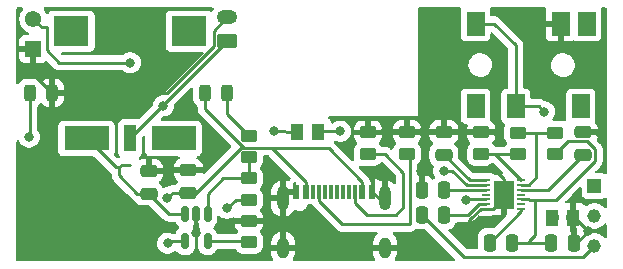
<source format=gbr>
%TF.GenerationSoftware,KiCad,Pcbnew,7.0.7*%
%TF.CreationDate,2024-02-01T03:43:03-06:00*%
%TF.ProjectId,Md-rev-1,4d642d72-6576-42d3-912e-6b696361645f,rev?*%
%TF.SameCoordinates,Original*%
%TF.FileFunction,Copper,L1,Top*%
%TF.FilePolarity,Positive*%
%FSLAX46Y46*%
G04 Gerber Fmt 4.6, Leading zero omitted, Abs format (unit mm)*
G04 Created by KiCad (PCBNEW 7.0.7) date 2024-02-01 03:43:03*
%MOMM*%
%LPD*%
G01*
G04 APERTURE LIST*
G04 Aperture macros list*
%AMRoundRect*
0 Rectangle with rounded corners*
0 $1 Rounding radius*
0 $2 $3 $4 $5 $6 $7 $8 $9 X,Y pos of 4 corners*
0 Add a 4 corners polygon primitive as box body*
4,1,4,$2,$3,$4,$5,$6,$7,$8,$9,$2,$3,0*
0 Add four circle primitives for the rounded corners*
1,1,$1+$1,$2,$3*
1,1,$1+$1,$4,$5*
1,1,$1+$1,$6,$7*
1,1,$1+$1,$8,$9*
0 Add four rect primitives between the rounded corners*
20,1,$1+$1,$2,$3,$4,$5,0*
20,1,$1+$1,$4,$5,$6,$7,0*
20,1,$1+$1,$6,$7,$8,$9,0*
20,1,$1+$1,$8,$9,$2,$3,0*%
G04 Aperture macros list end*
%TA.AperFunction,ComponentPad*%
%ADD10R,1.378000X1.378000*%
%TD*%
%TA.AperFunction,ComponentPad*%
%ADD11C,1.378000*%
%TD*%
%TA.AperFunction,ComponentPad*%
%ADD12O,1.750000X1.200000*%
%TD*%
%TA.AperFunction,ComponentPad*%
%ADD13RoundRect,0.250000X0.625000X-0.350000X0.625000X0.350000X-0.625000X0.350000X-0.625000X-0.350000X0*%
%TD*%
%TA.AperFunction,ComponentPad*%
%ADD14C,1.160000*%
%TD*%
%TA.AperFunction,ComponentPad*%
%ADD15R,1.160000X1.160000*%
%TD*%
%TA.AperFunction,SMDPad,CuDef*%
%ADD16R,1.117600X1.447800*%
%TD*%
%TA.AperFunction,SMDPad,CuDef*%
%ADD17RoundRect,0.250000X-0.250000X-0.475000X0.250000X-0.475000X0.250000X0.475000X-0.250000X0.475000X0*%
%TD*%
%TA.AperFunction,SMDPad,CuDef*%
%ADD18R,0.711200X0.203200*%
%TD*%
%TA.AperFunction,SMDPad,CuDef*%
%ADD19R,1.701800X2.387600*%
%TD*%
%TA.AperFunction,SMDPad,CuDef*%
%ADD20RoundRect,0.250000X-0.475000X0.250000X-0.475000X-0.250000X0.475000X-0.250000X0.475000X0.250000X0*%
%TD*%
%TA.AperFunction,SMDPad,CuDef*%
%ADD21RoundRect,0.250000X-0.450000X0.262500X-0.450000X-0.262500X0.450000X-0.262500X0.450000X0.262500X0*%
%TD*%
%TA.AperFunction,SMDPad,CuDef*%
%ADD22RoundRect,0.250000X0.450000X-0.262500X0.450000X0.262500X-0.450000X0.262500X-0.450000X-0.262500X0*%
%TD*%
%TA.AperFunction,SMDPad,CuDef*%
%ADD23RoundRect,0.243750X0.243750X0.456250X-0.243750X0.456250X-0.243750X-0.456250X0.243750X-0.456250X0*%
%TD*%
%TA.AperFunction,SMDPad,CuDef*%
%ADD24R,1.500000X2.000000*%
%TD*%
%TA.AperFunction,SMDPad,CuDef*%
%ADD25RoundRect,0.150000X-0.150000X0.512500X-0.150000X-0.512500X0.150000X-0.512500X0.150000X0.512500X0*%
%TD*%
%TA.AperFunction,SMDPad,CuDef*%
%ADD26RoundRect,0.250000X0.475000X-0.250000X0.475000X0.250000X-0.475000X0.250000X-0.475000X-0.250000X0*%
%TD*%
%TA.AperFunction,SMDPad,CuDef*%
%ADD27R,3.810000X2.030000*%
%TD*%
%TA.AperFunction,SMDPad,CuDef*%
%ADD28R,1.020000X2.290000*%
%TD*%
%TA.AperFunction,SMDPad,CuDef*%
%ADD29R,3.000000X2.500000*%
%TD*%
%TA.AperFunction,SMDPad,CuDef*%
%ADD30R,0.600000X1.150000*%
%TD*%
%TA.AperFunction,SMDPad,CuDef*%
%ADD31R,0.300000X1.150000*%
%TD*%
%TA.AperFunction,ComponentPad*%
%ADD32O,1.000000X2.100000*%
%TD*%
%TA.AperFunction,ComponentPad*%
%ADD33O,1.000000X1.800000*%
%TD*%
%TA.AperFunction,ViaPad*%
%ADD34C,0.800000*%
%TD*%
%TA.AperFunction,Conductor*%
%ADD35C,0.250000*%
%TD*%
G04 APERTURE END LIST*
D10*
%TO.P,,1*%
%TO.N,GND*%
X131450000Y-107670000D03*
%TD*%
D11*
%TO.P,,2*%
%TO.N,VDD*%
X131450000Y-105130000D03*
%TD*%
D12*
%TO.P,,2,2*%
%TO.N,GND*%
X147850000Y-105000000D03*
%TD*%
D13*
%TO.P,,1,1*%
%TO.N,/VBAT*%
X147850000Y-107000000D03*
%TD*%
D14*
%TO.P,,3*%
%TO.N,/OUTPUT*%
X178940000Y-124340000D03*
%TD*%
%TO.P,,2*%
%TO.N,Net-(J2-Pad2)*%
X178940000Y-121800000D03*
%TD*%
D15*
%TO.P,,1*%
%TO.N,unconnected-(R9-Pad1)*%
X178940000Y-119260000D03*
%TD*%
D16*
%TO.P,FB2,1,P$1*%
%TO.N,GND*%
X175348300Y-121940000D03*
%TO.P,FB2,2,P$2*%
X177151700Y-121940000D03*
%TD*%
%TO.P,FB1,2,P$2*%
%TO.N,VDD*%
X155581700Y-114670000D03*
%TO.P,FB1,1,P$1*%
%TO.N,/VBAT*%
X153778300Y-114670000D03*
%TD*%
D17*
%TO.P,C8,1,1*%
%TO.N,VDD*%
X175290000Y-124060000D03*
%TO.P,C8,2,2*%
%TO.N,GND*%
X177190000Y-124060000D03*
%TD*%
D18*
%TO.P,U2,1,CT*%
%TO.N,Net-(U2-CT)*%
X169762800Y-118800000D03*
%TO.P,U2,2,\u002ASHDN*%
%TO.N,VDD*%
X169762800Y-119199999D03*
%TO.P,U2,3,CG*%
%TO.N,Net-(U2-CG)*%
X169762800Y-119600001D03*
%TO.P,U2,4,NC*%
%TO.N,unconnected-(U2-NC-Pad4)*%
X169762800Y-120000000D03*
%TO.P,U2,5,VDD*%
%TO.N,VDD*%
X169762800Y-120399999D03*
%TO.P,U2,6,MICOUT*%
%TO.N,Net-(U2-MICOUT)*%
X169762800Y-120800001D03*
%TO.P,U2,7,GND*%
%TO.N,GND*%
X169762800Y-121200000D03*
%TO.P,U2,8,MICIN*%
%TO.N,Net-(U2-MICIN)*%
X172760000Y-121200000D03*
%TO.P,U2,9,A/R*%
%TO.N,unconnected-(U2-A{slash}R-Pad9)*%
X172760000Y-120800001D03*
%TO.P,U2,10,GAIN*%
%TO.N,VDD*%
X172760000Y-120399999D03*
%TO.P,U2,11,NC*%
%TO.N,unconnected-(U2-NC-Pad11)*%
X172760000Y-120000000D03*
%TO.P,U2,12,BIAS*%
%TO.N,Net-(U2-BIAS)*%
X172760000Y-119600001D03*
%TO.P,U2,13,MICBIAS*%
%TO.N,Net-(U2-MICBIAS)*%
X172760000Y-119199999D03*
%TO.P,U2,14,TH*%
%TO.N,Net-(U2-TH)*%
X172760000Y-118800000D03*
D19*
%TO.P,U2,15,EP*%
%TO.N,GND*%
X171261400Y-120000000D03*
%TD*%
D20*
%TO.P,C1,1*%
%TO.N,GND*%
X144560000Y-117930000D03*
%TO.P,C1,2*%
%TO.N,/5V*%
X144560000Y-119830000D03*
%TD*%
D21*
%TO.P,R4,1*%
%TO.N,Net-(U1-STAT)*%
X149690000Y-118627500D03*
%TO.P,R4,2*%
%TO.N,Net-(D2-A)*%
X149690000Y-120452500D03*
%TD*%
D17*
%TO.P,C3,1*%
%TO.N,GND*%
X164310000Y-119610000D03*
%TO.P,C3,2*%
%TO.N,Net-(U2-CG)*%
X166210000Y-119610000D03*
%TD*%
D22*
%TO.P,R5,1*%
%TO.N,Net-(U1-PROG)*%
X149690000Y-124032500D03*
%TO.P,R5,2*%
%TO.N,GND*%
X149690000Y-122207500D03*
%TD*%
D23*
%TO.P,D2,1,K*%
%TO.N,GND*%
X133025000Y-111380000D03*
%TO.P,D2,2,A*%
%TO.N,Net-(D2-A)*%
X131150000Y-111380000D03*
%TD*%
D22*
%TO.P,R3,1*%
%TO.N,Net-(U1-STAT)*%
X149690000Y-116822500D03*
%TO.P,R3,2*%
%TO.N,Net-(D1-K)*%
X149690000Y-114997500D03*
%TD*%
D24*
%TO.P,J2,6*%
%TO.N,unconnected-(J2-Pad6)*%
X177780000Y-112530000D03*
%TO.P,J2,5*%
%TO.N,unconnected-(J2-Pad5)*%
X178280000Y-105530000D03*
%TO.P,J2,4*%
%TO.N,GND*%
X176080000Y-105530000D03*
%TO.P,J2,3*%
%TO.N,Net-(J2-Pad2)*%
X172280000Y-112530000D03*
%TO.P,J2,2*%
X168880000Y-105530000D03*
%TO.P,J2,1*%
%TO.N,unconnected-(J2-Pad1)*%
X168880000Y-112530000D03*
%TD*%
D20*
%TO.P,C5,1*%
%TO.N,GND*%
X166200000Y-114710000D03*
%TO.P,C5,2*%
%TO.N,Net-(U2-CT)*%
X166200000Y-116610000D03*
%TD*%
D22*
%TO.P,R2,1*%
%TO.N,Net-(J1-CC1)*%
X163070000Y-116535000D03*
%TO.P,R2,2*%
%TO.N,GND*%
X163070000Y-114710000D03*
%TD*%
D25*
%TO.P,U1,1,STAT*%
%TO.N,Net-(U1-STAT)*%
X146190000Y-121662500D03*
%TO.P,U1,2,V_{SS}*%
%TO.N,GND*%
X145240000Y-121662500D03*
%TO.P,U1,3,V_{BAT}*%
%TO.N,Net-(U1-V_{BAT})*%
X144290000Y-121662500D03*
%TO.P,U1,4,V_{DD}*%
%TO.N,/5V*%
X144290000Y-123937500D03*
%TO.P,U1,5,PROG*%
%TO.N,Net-(U1-PROG)*%
X146190000Y-123937500D03*
%TD*%
D22*
%TO.P,R8,1*%
%TO.N,Net-(U2-TH)*%
X169360000Y-116552500D03*
%TO.P,R8,2*%
%TO.N,GND*%
X169360000Y-114727500D03*
%TD*%
D26*
%TO.P,C2,1*%
%TO.N,Net-(U1-V_{BAT})*%
X141200000Y-119910000D03*
%TO.P,C2,2*%
%TO.N,GND*%
X141200000Y-118010000D03*
%TD*%
D17*
%TO.P,C4,1*%
%TO.N,/OUTPUT*%
X164320000Y-121710000D03*
%TO.P,C4,2*%
%TO.N,Net-(U2-MICOUT)*%
X166220000Y-121710000D03*
%TD*%
D27*
%TO.P,S1,1*%
%TO.N,unconnected-(S1-Pad1)*%
X143325000Y-115245000D03*
D28*
%TO.P,S1,2*%
%TO.N,/VBAT*%
X139640000Y-115245000D03*
D27*
%TO.P,S1,3*%
%TO.N,Net-(U1-V_{BAT})*%
X135955000Y-115245000D03*
D29*
%TO.P,S1,S1*%
%TO.N,N/C*%
X144640000Y-106175000D03*
%TO.P,S1,S2*%
X134640000Y-106175000D03*
%TD*%
D23*
%TO.P,D1,1,K*%
%TO.N,Net-(D1-K)*%
X147847500Y-111380000D03*
%TO.P,D1,2,A*%
%TO.N,/5V*%
X145972500Y-111380000D03*
%TD*%
D20*
%TO.P,C6,1*%
%TO.N,GND*%
X178000000Y-114720000D03*
%TO.P,C6,2*%
%TO.N,Net-(U2-BIAS)*%
X178000000Y-116620000D03*
%TD*%
D17*
%TO.P,C7,1*%
%TO.N,Net-(U2-MICIN)*%
X170070000Y-124060000D03*
%TO.P,C7,2*%
%TO.N,VDD*%
X171970000Y-124060000D03*
%TD*%
D30*
%TO.P,J1,A1,GND*%
%TO.N,GND*%
X153700000Y-119750000D03*
%TO.P,J1,A4,VBUS*%
%TO.N,/5V*%
X154500000Y-119750000D03*
D31*
%TO.P,J1,A5,CC1*%
%TO.N,Net-(J1-CC1)*%
X155650000Y-119750000D03*
%TO.P,J1,A6,D+*%
%TO.N,unconnected-(J1-D+-PadA6)*%
X156650000Y-119750000D03*
%TO.P,J1,A7,D-*%
%TO.N,unconnected-(J1-D--PadA7)*%
X157150000Y-119750000D03*
%TO.P,J1,A8,SBU1*%
%TO.N,unconnected-(J1-SBU1-PadA8)*%
X158150000Y-119750000D03*
D30*
%TO.P,J1,A9,VBUS*%
%TO.N,/5V*%
X159300000Y-119750000D03*
%TO.P,J1,A12,GND*%
%TO.N,GND*%
X160100000Y-119750000D03*
%TO.P,J1,B1,GND*%
X160100000Y-119750000D03*
%TO.P,J1,B4,VBUS*%
%TO.N,/5V*%
X159300000Y-119750000D03*
D31*
%TO.P,J1,B5,CC2*%
%TO.N,Net-(J1-CC2)*%
X158650000Y-119750000D03*
%TO.P,J1,B6,D+*%
%TO.N,unconnected-(J1-D+-PadB6)*%
X157650000Y-119750000D03*
%TO.P,J1,B7,D-*%
%TO.N,unconnected-(J1-D--PadB7)*%
X156150000Y-119750000D03*
%TO.P,J1,B8,SBU2*%
%TO.N,unconnected-(J1-SBU2-PadB8)*%
X155150000Y-119750000D03*
D30*
%TO.P,J1,B9,VBUS*%
%TO.N,/5V*%
X154500000Y-119750000D03*
%TO.P,J1,B12,GND*%
%TO.N,GND*%
X153700000Y-119750000D03*
D32*
%TO.P,J1,S1,SHIELD*%
X152580000Y-120325000D03*
D33*
X152580000Y-124505000D03*
D32*
X161220000Y-120325000D03*
D33*
X161220000Y-124505000D03*
%TD*%
D22*
%TO.P,R6,1*%
%TO.N,VDD*%
X175600000Y-116572500D03*
%TO.P,R6,2*%
%TO.N,Net-(U2-MICBIAS)*%
X175600000Y-114747500D03*
%TD*%
D21*
%TO.P,R7,1*%
%TO.N,Net-(U2-MICBIAS)*%
X172480000Y-114747500D03*
%TO.P,R7,2*%
%TO.N,Net-(U2-TH)*%
X172480000Y-116572500D03*
%TD*%
D22*
%TO.P,R1,1*%
%TO.N,Net-(J1-CC2)*%
X159780000Y-116565000D03*
%TO.P,R1,2*%
%TO.N,GND*%
X159780000Y-114740000D03*
%TD*%
D34*
%TO.N,GND*%
X178430000Y-123070000D03*
X164280000Y-117970000D03*
X170310000Y-117760000D03*
X161240000Y-114740000D03*
X164470000Y-114700000D03*
X167670000Y-114720000D03*
X170750000Y-114780000D03*
X179400000Y-114750000D03*
%TO.N,Net-(J2-Pad2)*%
X174690000Y-112980000D03*
%TO.N,GND*%
X168320000Y-123020000D03*
%TO.N,/VBAT*%
X142450000Y-112480000D03*
X151850000Y-114620000D03*
%TO.N,VDD*%
X157430000Y-114640000D03*
X168080000Y-120420000D03*
X166200000Y-118010000D03*
X139630000Y-108830000D03*
%TO.N,Net-(D2-A)*%
X147840000Y-121160000D03*
X131080000Y-115130000D03*
%TO.N,GND*%
X145240000Y-123255000D03*
X160540000Y-118120000D03*
X142890000Y-117970000D03*
X173080000Y-105010000D03*
%TO.N,/5V*%
X142770000Y-120280000D03*
X142820000Y-124110000D03*
%TD*%
D35*
%TO.N,GND*%
X177151700Y-121940000D02*
X177300000Y-121940000D01*
X177300000Y-121940000D02*
X178430000Y-123070000D01*
%TO.N,VDD*%
X173950000Y-120423401D02*
X173660000Y-120423401D01*
X175706599Y-120423401D02*
X173950000Y-120423401D01*
X173950000Y-120423401D02*
X173950000Y-123400000D01*
X173950000Y-123400000D02*
X173415000Y-123935000D01*
%TO.N,Net-(U2-MICIN)*%
X172760000Y-121200000D02*
X172760000Y-121370000D01*
X172760000Y-121370000D02*
X170070000Y-124060000D01*
%TO.N,VDD*%
X173415000Y-123935000D02*
X173540000Y-124060000D01*
X171970000Y-124060000D02*
X173540000Y-124060000D01*
X173540000Y-124060000D02*
X175290000Y-124060000D01*
%TO.N,GND*%
X178430000Y-123070000D02*
X178410000Y-123090000D01*
X177440000Y-124060000D02*
X178430000Y-123070000D01*
X177190000Y-124060000D02*
X177440000Y-124060000D01*
%TO.N,Net-(U1-V_{BAT})*%
X138400000Y-117690000D02*
X135955000Y-115245000D01*
%TO.N,GND*%
X161220000Y-120325000D02*
X160675000Y-120325000D01*
X160675000Y-120325000D02*
X160100000Y-119750000D01*
X153700000Y-119750000D02*
X153155000Y-119750000D01*
X153155000Y-119750000D02*
X152580000Y-120325000D01*
X152580000Y-124505000D02*
X152580000Y-120325000D01*
X164280000Y-117970000D02*
X164310000Y-118080000D01*
X164310000Y-119610000D02*
X164280000Y-117970000D01*
X170310000Y-117750000D02*
X170350000Y-117790000D01*
X170310000Y-117760000D02*
X170310000Y-117750000D01*
X170320000Y-117760000D02*
X170310000Y-117760000D01*
X171261400Y-118701400D02*
X170320000Y-117760000D01*
X171261400Y-120000000D02*
X171261400Y-118701400D01*
%TO.N,VDD*%
X173660000Y-120423401D02*
X173390600Y-120423401D01*
%TO.N,GND*%
X133025000Y-111380000D02*
X131450000Y-109805000D01*
X131450000Y-109805000D02*
X131450000Y-107670000D01*
%TO.N,VDD*%
X139630000Y-108830000D02*
X133630000Y-108830000D01*
X133630000Y-108830000D02*
X132590000Y-107790000D01*
X132590000Y-107790000D02*
X132590000Y-105850000D01*
X132590000Y-105850000D02*
X132170000Y-105850000D01*
X132170000Y-105850000D02*
X131450000Y-105130000D01*
%TO.N,GND*%
X161240000Y-114650000D02*
X161160000Y-114730000D01*
X161240000Y-114740000D02*
X161240000Y-114650000D01*
X161150000Y-114740000D02*
X161240000Y-114740000D01*
X161150000Y-114740000D02*
X161150000Y-114740000D01*
X159780000Y-114740000D02*
X161150000Y-114740000D01*
X164450000Y-114710000D02*
X164440000Y-114710000D01*
X164470000Y-114700000D02*
X164450000Y-114710000D01*
X164430000Y-114710000D02*
X164470000Y-114700000D01*
X163070000Y-114710000D02*
X164430000Y-114710000D01*
X167670000Y-114790000D02*
X167600000Y-114720000D01*
X167670000Y-114720000D02*
X167670000Y-114790000D01*
X167600000Y-114720000D02*
X167670000Y-114720000D01*
X167590000Y-114710000D02*
X167600000Y-114720000D01*
X166200000Y-114710000D02*
X167590000Y-114710000D01*
X170790000Y-114780000D02*
X170740000Y-114730000D01*
X170750000Y-114780000D02*
X170790000Y-114780000D01*
X170750000Y-114740000D02*
X170750000Y-114780000D01*
X170737500Y-114727500D02*
X170750000Y-114740000D01*
X169360000Y-114727500D02*
X170737500Y-114727500D01*
X179370000Y-114720000D02*
X179340000Y-114720000D01*
X179400000Y-114750000D02*
X179370000Y-114720000D01*
X179310000Y-114720000D02*
X179400000Y-114750000D01*
X178000000Y-114720000D02*
X179310000Y-114720000D01*
%TO.N,Net-(J2-Pad2)*%
X174690000Y-112980000D02*
X174680000Y-112970000D01*
X174240000Y-112530000D02*
X174690000Y-112980000D01*
X172280000Y-112530000D02*
X174240000Y-112530000D01*
%TO.N,/OUTPUT*%
X164320000Y-121710000D02*
X167880000Y-125270000D01*
X178010000Y-125270000D02*
X178940000Y-124340000D01*
X167880000Y-125270000D02*
X178010000Y-125270000D01*
%TO.N,GND*%
X168320000Y-123020000D02*
X168330000Y-122950000D01*
X168505643Y-122015643D02*
X168330000Y-122191286D01*
X168330000Y-122191286D02*
X168320000Y-123020000D01*
X169762800Y-121200000D02*
X169321286Y-121200000D01*
X169321286Y-121200000D02*
X168505643Y-122015643D01*
%TO.N,VDD*%
X175600000Y-116572500D02*
X176677500Y-115495000D01*
X176677500Y-115495000D02*
X178342462Y-115495000D01*
X178342462Y-115495000D02*
X179010000Y-116162538D01*
X179010000Y-116162538D02*
X179010000Y-117120000D01*
X179010000Y-117120000D02*
X175706599Y-120423401D01*
X173367198Y-120399999D02*
X172760000Y-120399999D01*
X173390600Y-120423401D02*
X173367198Y-120399999D01*
X175290000Y-124260000D02*
X175300000Y-124270000D01*
%TO.N,GND*%
X171261400Y-120000000D02*
X171261400Y-120308601D01*
X171261400Y-120308601D02*
X170370000Y-121200001D01*
X170370000Y-121200001D02*
X169762800Y-121200000D01*
%TO.N,Net-(U2-BIAS)*%
X178000000Y-116620000D02*
X175019999Y-119600001D01*
X175019999Y-119600001D02*
X172760000Y-119600001D01*
%TO.N,Net-(U2-MICBIAS)*%
X175600000Y-114747500D02*
X174030000Y-114747500D01*
X174030000Y-114747500D02*
X172480000Y-114747500D01*
X174030000Y-118537200D02*
X174030000Y-114747500D01*
X172760000Y-119199999D02*
X173367201Y-119199999D01*
X173367201Y-119199999D02*
X174030000Y-118537200D01*
%TO.N,Net-(U2-TH)*%
X172480000Y-116572500D02*
X170532500Y-116572500D01*
X170532500Y-116572500D02*
X170512500Y-116552500D01*
X169360000Y-116552500D02*
X170512500Y-116552500D01*
X170512500Y-116552500D02*
X172760000Y-118800000D01*
%TO.N,/VBAT*%
X142450000Y-112480000D02*
X142450000Y-112400000D01*
X142450000Y-112400000D02*
X147850000Y-107000000D01*
X142450000Y-112480000D02*
X142370000Y-112510000D01*
X142370000Y-112515000D02*
X142450000Y-112480000D01*
X139640000Y-115245000D02*
X142370000Y-112515000D01*
X151850000Y-114620000D02*
X151880000Y-114670000D01*
X151880000Y-114670000D02*
X151850000Y-114700000D01*
X153778300Y-114670000D02*
X151850000Y-114620000D01*
%TO.N,VDD*%
X157430000Y-114640000D02*
X155611700Y-114640000D01*
X155611700Y-114640000D02*
X155581700Y-114670000D01*
%TO.N,/VBAT*%
X147850000Y-107035000D02*
X147850000Y-107000000D01*
%TO.N,GND*%
X146695000Y-107420000D02*
X146695000Y-106155000D01*
X146695000Y-106155000D02*
X147850000Y-105000000D01*
%TO.N,VDD*%
X168080000Y-120510000D02*
X168180000Y-120410000D01*
X168080000Y-120420000D02*
X168080000Y-120510000D01*
X168170000Y-120420000D02*
X168080000Y-120420000D01*
X168190001Y-120399999D02*
X168170000Y-120420000D01*
X169762800Y-120399999D02*
X168190001Y-120399999D01*
%TO.N,Net-(U2-MICOUT)*%
X169762800Y-120800001D02*
X169155599Y-120800001D01*
X169155599Y-120800001D02*
X168245600Y-121710000D01*
X168245600Y-121710000D02*
X166220000Y-121710000D01*
%TO.N,VDD*%
X166900000Y-117980000D02*
X166230000Y-117980000D01*
X166230000Y-117980000D02*
X166200000Y-118010000D01*
X169762800Y-119199999D02*
X168119999Y-119199999D01*
X168119999Y-119199999D02*
X166900000Y-117980000D01*
%TO.N,Net-(U2-CG)*%
X166210000Y-119610000D02*
X166219999Y-119600001D01*
X166219999Y-119600001D02*
X169762800Y-119600001D01*
%TO.N,Net-(U2-CT)*%
X169762800Y-118800000D02*
X168390000Y-118800000D01*
X168390000Y-118800000D02*
X166200000Y-116610000D01*
%TO.N,VDD*%
X139630000Y-108830000D02*
X139630000Y-108870000D01*
%TO.N,GND*%
X142735000Y-111380000D02*
X133025000Y-111380000D01*
X146695000Y-107420000D02*
X142735000Y-111380000D01*
X160100000Y-119750000D02*
X160100000Y-118560000D01*
X160100000Y-118560000D02*
X160540000Y-118120000D01*
%TO.N,Net-(U1-V_{BAT})*%
X138400000Y-117690000D02*
X138720000Y-117690000D01*
%TO.N,GND*%
X145240000Y-123255000D02*
X145240000Y-121662500D01*
X141200000Y-118010000D02*
X142850000Y-118010000D01*
X142850000Y-118010000D02*
X142890000Y-117970000D01*
X144560000Y-117930000D02*
X142930000Y-117930000D01*
X142930000Y-117930000D02*
X142890000Y-117970000D01*
%TO.N,Net-(U1-V_{BAT})*%
X141200000Y-119910000D02*
X140260000Y-119910000D01*
X138950000Y-117460000D02*
X139585000Y-117460000D01*
X142952500Y-121662500D02*
X144290000Y-121662500D01*
X138720000Y-118370000D02*
X138720000Y-117690000D01*
X138720000Y-117690000D02*
X138950000Y-117460000D01*
X141200000Y-119910000D02*
X142952500Y-121662500D01*
X140260000Y-119910000D02*
X138720000Y-118370000D01*
%TO.N,Net-(U1-STAT)*%
X149690000Y-118627500D02*
X149690000Y-116822500D01*
X147532500Y-118627500D02*
X149690000Y-118627500D01*
X146190000Y-121662500D02*
X146190000Y-119970000D01*
X146190000Y-119970000D02*
X147532500Y-118627500D01*
%TO.N,Net-(U1-PROG)*%
X146190000Y-123937500D02*
X149595000Y-123937500D01*
X149595000Y-123937500D02*
X149690000Y-124032500D01*
%TO.N,Net-(J1-CC2)*%
X158650000Y-120674949D02*
X159695051Y-121720000D01*
X162770000Y-118150000D02*
X161185000Y-116565000D01*
X159695051Y-121720000D02*
X162120000Y-121720000D01*
X161185000Y-116565000D02*
X159780000Y-116565000D01*
X162770000Y-121070000D02*
X162770000Y-118150000D01*
X158650000Y-119750000D02*
X158650000Y-120674949D01*
X162120000Y-121720000D02*
X162770000Y-121070000D01*
%TO.N,Net-(J1-CC1)*%
X163300000Y-122520000D02*
X163300000Y-116765000D01*
X155650000Y-120575000D02*
X157595000Y-122520000D01*
X157595000Y-122520000D02*
X163300000Y-122520000D01*
X163300000Y-116765000D02*
X163070000Y-116535000D01*
X155650000Y-119750000D02*
X155650000Y-120575000D01*
%TO.N,Net-(D2-A)*%
X147840000Y-121160000D02*
X147840000Y-121200000D01*
X148587500Y-120452500D02*
X147880000Y-121160000D01*
X147840000Y-121200000D02*
X147910000Y-121130000D01*
X131150000Y-111380000D02*
X131150000Y-115060000D01*
X149690000Y-120452500D02*
X148587500Y-120452500D01*
X147880000Y-121160000D02*
X147840000Y-121160000D01*
X131150000Y-115060000D02*
X131080000Y-115130000D01*
%TO.N,Net-(D1-K)*%
X147847500Y-111380000D02*
X147847500Y-113155000D01*
X147847500Y-113155000D02*
X149690000Y-114997500D01*
%TO.N,GND*%
X173080000Y-105010000D02*
X173080000Y-104960000D01*
X160540000Y-118120000D02*
X160540000Y-118080000D01*
X160540000Y-118080000D02*
X160520000Y-118100000D01*
X145240000Y-123385000D02*
X145340000Y-123285000D01*
X173130000Y-105010000D02*
X173080000Y-105010000D01*
X173650000Y-105530000D02*
X173130000Y-105010000D01*
X145240000Y-123255000D02*
X145240000Y-123385000D01*
X160500000Y-118120000D02*
X160540000Y-118120000D01*
X173080000Y-104960000D02*
X173150000Y-105030000D01*
X145370000Y-123255000D02*
X145240000Y-123255000D01*
X176080000Y-105530000D02*
X173650000Y-105530000D01*
%TO.N,/5V*%
X149081307Y-115976231D02*
X149213769Y-115976231D01*
X159300000Y-119750000D02*
X159300000Y-118925000D01*
X143230000Y-119830000D02*
X142780000Y-120280000D01*
X149272538Y-116035000D02*
X151610000Y-116035000D01*
X159300000Y-118925000D02*
X156467500Y-116092500D01*
X151667500Y-116092500D02*
X154500000Y-118925000D01*
X145972500Y-111380000D02*
X145972500Y-112734962D01*
X142992500Y-123937500D02*
X142820000Y-124110000D01*
X151610000Y-116035000D02*
X151667500Y-116092500D01*
X145972500Y-112734962D02*
X149213769Y-115976231D01*
X144290000Y-123937500D02*
X142992500Y-123937500D01*
X145227538Y-119830000D02*
X149081307Y-115976231D01*
X144560000Y-119830000D02*
X143230000Y-119830000D01*
X142770000Y-120290000D02*
X142880000Y-120180000D01*
X142780000Y-120280000D02*
X142770000Y-120280000D01*
X142770000Y-120280000D02*
X142770000Y-120290000D01*
X149213769Y-115976231D02*
X149272538Y-116035000D01*
X144560000Y-119830000D02*
X145227538Y-119830000D01*
X156467500Y-116092500D02*
X151667500Y-116092500D01*
X154500000Y-118925000D02*
X154500000Y-119750000D01*
%TO.N,Net-(J2-Pad2)*%
X172280000Y-107340000D02*
X172280000Y-112530000D01*
X168880000Y-105530000D02*
X170470000Y-105530000D01*
X170470000Y-105530000D02*
X172280000Y-107340000D01*
%TD*%
%TA.AperFunction,Conductor*%
%TO.N,GND*%
G36*
X130524680Y-104160185D02*
G01*
X130570435Y-104212989D01*
X130580379Y-104282147D01*
X130556595Y-104339227D01*
X130434335Y-104501123D01*
X130434330Y-104501131D01*
X130336073Y-104698458D01*
X130336071Y-104698462D01*
X130336072Y-104698462D01*
X130277450Y-104904500D01*
X130275743Y-104910498D01*
X130255404Y-105129999D01*
X130255404Y-105130000D01*
X130275743Y-105349501D01*
X130336073Y-105561541D01*
X130434330Y-105758868D01*
X130434335Y-105758876D01*
X130567184Y-105934796D01*
X130730094Y-106083307D01*
X130730096Y-106083309D01*
X130917519Y-106199356D01*
X130917520Y-106199356D01*
X130917523Y-106199358D01*
X131025978Y-106241374D01*
X131081378Y-106283946D01*
X131104969Y-106349713D01*
X131089258Y-106417793D01*
X131039234Y-106466572D01*
X130981183Y-106481000D01*
X130713155Y-106481000D01*
X130653627Y-106487401D01*
X130653620Y-106487403D01*
X130518913Y-106537645D01*
X130518906Y-106537649D01*
X130403812Y-106623809D01*
X130403809Y-106623812D01*
X130317649Y-106738906D01*
X130317645Y-106738913D01*
X130267403Y-106873620D01*
X130267401Y-106873627D01*
X130261000Y-106933155D01*
X130261000Y-106933172D01*
X130260999Y-107420000D01*
X130905384Y-107420000D01*
X130972423Y-107439685D01*
X131018178Y-107492489D01*
X131028122Y-107561647D01*
X131026277Y-107571579D01*
X131011317Y-107637125D01*
X131011316Y-107637125D01*
X131021116Y-107767885D01*
X131021235Y-107768406D01*
X131021199Y-107768991D01*
X131021811Y-107777156D01*
X131020693Y-107777239D01*
X131016962Y-107838145D01*
X130975664Y-107894503D01*
X130910453Y-107919587D01*
X130900344Y-107920000D01*
X130261000Y-107920000D01*
X130261000Y-108406844D01*
X130267401Y-108466372D01*
X130267403Y-108466379D01*
X130317645Y-108601086D01*
X130317649Y-108601093D01*
X130403809Y-108716187D01*
X130403812Y-108716190D01*
X130518906Y-108802350D01*
X130518913Y-108802354D01*
X130653620Y-108852596D01*
X130653627Y-108852598D01*
X130713155Y-108858999D01*
X130713172Y-108859000D01*
X131200000Y-108859000D01*
X131200000Y-108216123D01*
X131219685Y-108149084D01*
X131272489Y-108103329D01*
X131341647Y-108093385D01*
X131360548Y-108097632D01*
X131384434Y-108105000D01*
X131384435Y-108105000D01*
X131482595Y-108105000D01*
X131482596Y-108105000D01*
X131557519Y-108093707D01*
X131626742Y-108103180D01*
X131679857Y-108148574D01*
X131699997Y-108215478D01*
X131700000Y-108216322D01*
X131699999Y-108858999D01*
X131700000Y-108859000D01*
X132186828Y-108859000D01*
X132186844Y-108858999D01*
X132246372Y-108852598D01*
X132246379Y-108852596D01*
X132381086Y-108802354D01*
X132381093Y-108802350D01*
X132487612Y-108722610D01*
X132553076Y-108698192D01*
X132621349Y-108713043D01*
X132649604Y-108734195D01*
X133129197Y-109213788D01*
X133139022Y-109226051D01*
X133139243Y-109225869D01*
X133144214Y-109231878D01*
X133170217Y-109256295D01*
X133194635Y-109279226D01*
X133215529Y-109300120D01*
X133221011Y-109304373D01*
X133225443Y-109308157D01*
X133259418Y-109340062D01*
X133276976Y-109349714D01*
X133293235Y-109360395D01*
X133309064Y-109372673D01*
X133351838Y-109391182D01*
X133357056Y-109393738D01*
X133397908Y-109416197D01*
X133417316Y-109421180D01*
X133435717Y-109427480D01*
X133454104Y-109435437D01*
X133497488Y-109442308D01*
X133500119Y-109442725D01*
X133505839Y-109443909D01*
X133550981Y-109455500D01*
X133571016Y-109455500D01*
X133590414Y-109457026D01*
X133610194Y-109460159D01*
X133610195Y-109460160D01*
X133610195Y-109460159D01*
X133610196Y-109460160D01*
X133656583Y-109455775D01*
X133662422Y-109455500D01*
X138926252Y-109455500D01*
X138993291Y-109475185D01*
X139018400Y-109496526D01*
X139024126Y-109502885D01*
X139024130Y-109502889D01*
X139177265Y-109614148D01*
X139177270Y-109614151D01*
X139350192Y-109691142D01*
X139350197Y-109691144D01*
X139535354Y-109730500D01*
X139535355Y-109730500D01*
X139724644Y-109730500D01*
X139724646Y-109730500D01*
X139909803Y-109691144D01*
X140082730Y-109614151D01*
X140235871Y-109502888D01*
X140362533Y-109362216D01*
X140457179Y-109198284D01*
X140515674Y-109018256D01*
X140535460Y-108830000D01*
X140515674Y-108641744D01*
X140457179Y-108461716D01*
X140362533Y-108297784D01*
X140235871Y-108157112D01*
X140235870Y-108157111D01*
X140082734Y-108045851D01*
X140082729Y-108045848D01*
X139909807Y-107968857D01*
X139909802Y-107968855D01*
X139764000Y-107937865D01*
X139724646Y-107929500D01*
X139535354Y-107929500D01*
X139502897Y-107936398D01*
X139350197Y-107968855D01*
X139350192Y-107968857D01*
X139177270Y-108045848D01*
X139177265Y-108045851D01*
X139024130Y-108157110D01*
X139024126Y-108157114D01*
X139018400Y-108163474D01*
X138958913Y-108200121D01*
X138926252Y-108204500D01*
X133940452Y-108204500D01*
X133873413Y-108184815D01*
X133852771Y-108168181D01*
X133821770Y-108137180D01*
X133788285Y-108075857D01*
X133793269Y-108006165D01*
X133835141Y-107950232D01*
X133900605Y-107925815D01*
X133909451Y-107925499D01*
X136187871Y-107925499D01*
X136187872Y-107925499D01*
X136247483Y-107919091D01*
X136382331Y-107868796D01*
X136497546Y-107782546D01*
X136583796Y-107667331D01*
X136634091Y-107532483D01*
X136640500Y-107472873D01*
X136640499Y-104877128D01*
X136634091Y-104817517D01*
X136606114Y-104742508D01*
X136583797Y-104682671D01*
X136583793Y-104682664D01*
X136497547Y-104567455D01*
X136497544Y-104567452D01*
X136382335Y-104481206D01*
X136382328Y-104481202D01*
X136247482Y-104430908D01*
X136247483Y-104430908D01*
X136187883Y-104424501D01*
X136187881Y-104424500D01*
X136187873Y-104424500D01*
X136187864Y-104424500D01*
X133092129Y-104424500D01*
X133092123Y-104424501D01*
X133032516Y-104430908D01*
X132897671Y-104481202D01*
X132897664Y-104481206D01*
X132782455Y-104567452D01*
X132732624Y-104634017D01*
X132676689Y-104675888D01*
X132606998Y-104680871D01*
X132545675Y-104647385D01*
X132522358Y-104614977D01*
X132465669Y-104501131D01*
X132465664Y-104501123D01*
X132343405Y-104339227D01*
X132318713Y-104273866D01*
X132333278Y-104205531D01*
X132382475Y-104155919D01*
X132442359Y-104140500D01*
X146592729Y-104140500D01*
X146659768Y-104160185D01*
X146705523Y-104212989D01*
X146715467Y-104282147D01*
X146686443Y-104345702D01*
X146674893Y-104359030D01*
X146674885Y-104359042D01*
X146607209Y-104476261D01*
X146556642Y-104524477D01*
X146488035Y-104537699D01*
X146425512Y-104513528D01*
X146382335Y-104481206D01*
X146382328Y-104481202D01*
X146247482Y-104430908D01*
X146247483Y-104430908D01*
X146187883Y-104424501D01*
X146187881Y-104424500D01*
X146187873Y-104424500D01*
X146187864Y-104424500D01*
X143092129Y-104424500D01*
X143092123Y-104424501D01*
X143032516Y-104430908D01*
X142897671Y-104481202D01*
X142897664Y-104481206D01*
X142782455Y-104567452D01*
X142782452Y-104567455D01*
X142696206Y-104682664D01*
X142696202Y-104682671D01*
X142645908Y-104817517D01*
X142639501Y-104877116D01*
X142639501Y-104877123D01*
X142639500Y-104877135D01*
X142639500Y-107472870D01*
X142639501Y-107472876D01*
X142645908Y-107532483D01*
X142696202Y-107667328D01*
X142696206Y-107667335D01*
X142782452Y-107782544D01*
X142782455Y-107782547D01*
X142897664Y-107868793D01*
X142897671Y-107868797D01*
X143032517Y-107919091D01*
X143032516Y-107919091D01*
X143037130Y-107919587D01*
X143092127Y-107925500D01*
X145740546Y-107925499D01*
X145807585Y-107945184D01*
X145853340Y-107997987D01*
X145863284Y-108067146D01*
X145834259Y-108130702D01*
X145828227Y-108137180D01*
X142420128Y-111545280D01*
X142358805Y-111578765D01*
X142358228Y-111578889D01*
X142170197Y-111618855D01*
X142170192Y-111618857D01*
X141997270Y-111695848D01*
X141997265Y-111695851D01*
X141844129Y-111807111D01*
X141717466Y-111947785D01*
X141622821Y-112111715D01*
X141622818Y-112111722D01*
X141564327Y-112291739D01*
X141564327Y-112291740D01*
X141564326Y-112291744D01*
X141563353Y-112301003D01*
X141551963Y-112409366D01*
X141525378Y-112473980D01*
X141516323Y-112484084D01*
X140413627Y-113586780D01*
X140352304Y-113620265D01*
X140282615Y-113615282D01*
X140257481Y-113605908D01*
X140257483Y-113605908D01*
X140197883Y-113599501D01*
X140197881Y-113599500D01*
X140197873Y-113599500D01*
X140197864Y-113599500D01*
X139082129Y-113599500D01*
X139082123Y-113599501D01*
X139022516Y-113605908D01*
X138887671Y-113656202D01*
X138887664Y-113656206D01*
X138772455Y-113742452D01*
X138772452Y-113742455D01*
X138686206Y-113857664D01*
X138686202Y-113857671D01*
X138635908Y-113992517D01*
X138629501Y-114052116D01*
X138629500Y-114052135D01*
X138629500Y-116437870D01*
X138629501Y-116437876D01*
X138635908Y-116497483D01*
X138686202Y-116632328D01*
X138686203Y-116632330D01*
X138736698Y-116699782D01*
X138761115Y-116765246D01*
X138746264Y-116833519D01*
X138700550Y-116880826D01*
X138682367Y-116891579D01*
X138664899Y-116900137D01*
X138646269Y-116907513D01*
X138639431Y-116911273D01*
X138638454Y-116909496D01*
X138582636Y-116929409D01*
X138514583Y-116913580D01*
X138487883Y-116893292D01*
X138291207Y-116696616D01*
X138257722Y-116635293D01*
X138262706Y-116565601D01*
X138279622Y-116534623D01*
X138303796Y-116502331D01*
X138354091Y-116367483D01*
X138360500Y-116307873D01*
X138360499Y-114182128D01*
X138354091Y-114122517D01*
X138353898Y-114122000D01*
X138303797Y-113987671D01*
X138303793Y-113987664D01*
X138217547Y-113872455D01*
X138217544Y-113872452D01*
X138102335Y-113786206D01*
X138102328Y-113786202D01*
X137967482Y-113735908D01*
X137967483Y-113735908D01*
X137907883Y-113729501D01*
X137907881Y-113729500D01*
X137907873Y-113729500D01*
X137907864Y-113729500D01*
X134002129Y-113729500D01*
X134002123Y-113729501D01*
X133942516Y-113735908D01*
X133807671Y-113786202D01*
X133807664Y-113786206D01*
X133692455Y-113872452D01*
X133692452Y-113872455D01*
X133606206Y-113987664D01*
X133606202Y-113987671D01*
X133555908Y-114122517D01*
X133550574Y-114172137D01*
X133549501Y-114182123D01*
X133549500Y-114182135D01*
X133549500Y-116307870D01*
X133549501Y-116307876D01*
X133555908Y-116367483D01*
X133606202Y-116502328D01*
X133606206Y-116502335D01*
X133692452Y-116617544D01*
X133692455Y-116617547D01*
X133807664Y-116703793D01*
X133807671Y-116703797D01*
X133942517Y-116754091D01*
X133942516Y-116754091D01*
X133949444Y-116754835D01*
X134002127Y-116760500D01*
X136534546Y-116760499D01*
X136601585Y-116780184D01*
X136622227Y-116796818D01*
X137899197Y-118073788D01*
X137909022Y-118086051D01*
X137909243Y-118085869D01*
X137914214Y-118091878D01*
X137933761Y-118110233D01*
X137964635Y-118139226D01*
X137985529Y-118160120D01*
X137991011Y-118164373D01*
X137995443Y-118168157D01*
X138029418Y-118200062D01*
X138029422Y-118200064D01*
X138035730Y-118204647D01*
X138034702Y-118206060D01*
X138077181Y-118248785D01*
X138092117Y-118304002D01*
X138094500Y-118379813D01*
X138094500Y-118409343D01*
X138094501Y-118409360D01*
X138095368Y-118416231D01*
X138095826Y-118422050D01*
X138097290Y-118468624D01*
X138097291Y-118468627D01*
X138102880Y-118487867D01*
X138106824Y-118506911D01*
X138109336Y-118526792D01*
X138126490Y-118570119D01*
X138128382Y-118575647D01*
X138140169Y-118616218D01*
X138141382Y-118620390D01*
X138143154Y-118623387D01*
X138151580Y-118637634D01*
X138160136Y-118655100D01*
X138167514Y-118673732D01*
X138172143Y-118680104D01*
X138194898Y-118711423D01*
X138198106Y-118716307D01*
X138221827Y-118756416D01*
X138221833Y-118756424D01*
X138235990Y-118770580D01*
X138248627Y-118785375D01*
X138260406Y-118801587D01*
X138294147Y-118829500D01*
X138296309Y-118831288D01*
X138300620Y-118835210D01*
X139396018Y-119930609D01*
X139759197Y-120293788D01*
X139769022Y-120306051D01*
X139769243Y-120305869D01*
X139774214Y-120311878D01*
X139797869Y-120334091D01*
X139824635Y-120359226D01*
X139845529Y-120380120D01*
X139851011Y-120384373D01*
X139855443Y-120388157D01*
X139889418Y-120420062D01*
X139906976Y-120429714D01*
X139923233Y-120440393D01*
X139939064Y-120452673D01*
X139958737Y-120461186D01*
X139981833Y-120471182D01*
X139987081Y-120473752D01*
X140033579Y-120499315D01*
X140079380Y-120542880D01*
X140132285Y-120628652D01*
X140132288Y-120628656D01*
X140256344Y-120752712D01*
X140405666Y-120844814D01*
X140572203Y-120899999D01*
X140674991Y-120910500D01*
X141264547Y-120910499D01*
X141331586Y-120930183D01*
X141352227Y-120946817D01*
X141933693Y-121528284D01*
X142451697Y-122046288D01*
X142461522Y-122058551D01*
X142461743Y-122058369D01*
X142466714Y-122064378D01*
X142492717Y-122088795D01*
X142517135Y-122111726D01*
X142538029Y-122132620D01*
X142543511Y-122136873D01*
X142547943Y-122140657D01*
X142581918Y-122172562D01*
X142599476Y-122182214D01*
X142615735Y-122192895D01*
X142631564Y-122205173D01*
X142674338Y-122223682D01*
X142679556Y-122226238D01*
X142720408Y-122248697D01*
X142739816Y-122253680D01*
X142758217Y-122259980D01*
X142776604Y-122267937D01*
X142819988Y-122274808D01*
X142822619Y-122275225D01*
X142828339Y-122276409D01*
X142873481Y-122288000D01*
X142893516Y-122288000D01*
X142912914Y-122289526D01*
X142932694Y-122292659D01*
X142932695Y-122292660D01*
X142932695Y-122292659D01*
X142932696Y-122292660D01*
X142979083Y-122288275D01*
X142984922Y-122288000D01*
X143402331Y-122288000D01*
X143469370Y-122307685D01*
X143515125Y-122360489D01*
X143521407Y-122377405D01*
X143538254Y-122435392D01*
X143538256Y-122435399D01*
X143621917Y-122576862D01*
X143621923Y-122576870D01*
X143738132Y-122693079D01*
X143738134Y-122693080D01*
X143738135Y-122693081D01*
X143738445Y-122693264D01*
X143738638Y-122693470D01*
X143744298Y-122697861D01*
X143743589Y-122698773D01*
X143786130Y-122744330D01*
X143798638Y-122813071D01*
X143771996Y-122877662D01*
X143744079Y-122901856D01*
X143744298Y-122902139D01*
X143739117Y-122906157D01*
X143738467Y-122906721D01*
X143738145Y-122906911D01*
X143738129Y-122906923D01*
X143621923Y-123023129D01*
X143621917Y-123023137D01*
X143538256Y-123164600D01*
X143538254Y-123164607D01*
X143521407Y-123222595D01*
X143483801Y-123281481D01*
X143420328Y-123310687D01*
X143402331Y-123312000D01*
X143267982Y-123312000D01*
X143217546Y-123301279D01*
X143099807Y-123248857D01*
X143099802Y-123248855D01*
X142954001Y-123217865D01*
X142914646Y-123209500D01*
X142725354Y-123209500D01*
X142692897Y-123216398D01*
X142540197Y-123248855D01*
X142540192Y-123248857D01*
X142367270Y-123325848D01*
X142367265Y-123325851D01*
X142214129Y-123437111D01*
X142087466Y-123577785D01*
X141992821Y-123741715D01*
X141992818Y-123741722D01*
X141953917Y-123861448D01*
X141934326Y-123921744D01*
X141914540Y-124110000D01*
X141934326Y-124298256D01*
X141934327Y-124298259D01*
X141992818Y-124478277D01*
X141992821Y-124478284D01*
X142087467Y-124642216D01*
X142194069Y-124760609D01*
X142214129Y-124782888D01*
X142367265Y-124894148D01*
X142367270Y-124894151D01*
X142540192Y-124971142D01*
X142540197Y-124971144D01*
X142725354Y-125010500D01*
X142725355Y-125010500D01*
X142914644Y-125010500D01*
X142914646Y-125010500D01*
X143099803Y-124971144D01*
X143272730Y-124894151D01*
X143424219Y-124784087D01*
X143490023Y-124760609D01*
X143558077Y-124776434D01*
X143603834Y-124821285D01*
X143621919Y-124851865D01*
X143621921Y-124851867D01*
X143621923Y-124851870D01*
X143738129Y-124968076D01*
X143738133Y-124968079D01*
X143738135Y-124968081D01*
X143879602Y-125051744D01*
X143921224Y-125063836D01*
X144037426Y-125097597D01*
X144037429Y-125097597D01*
X144037431Y-125097598D01*
X144049722Y-125098565D01*
X144074304Y-125100500D01*
X144074306Y-125100500D01*
X144505696Y-125100500D01*
X144524131Y-125099049D01*
X144542569Y-125097598D01*
X144542571Y-125097597D01*
X144542573Y-125097597D01*
X144584191Y-125085505D01*
X144700398Y-125051744D01*
X144841865Y-124968081D01*
X144958081Y-124851865D01*
X145041744Y-124710398D01*
X145078848Y-124582685D01*
X145087597Y-124552573D01*
X145087598Y-124552567D01*
X145090500Y-124515696D01*
X145090500Y-123359304D01*
X145087598Y-123322432D01*
X145087597Y-123322426D01*
X145052773Y-123202565D01*
X145041744Y-123164602D01*
X144958081Y-123023135D01*
X144958078Y-123023132D01*
X144953298Y-123016969D01*
X144954982Y-123015662D01*
X144926757Y-122963972D01*
X144931741Y-122894280D01*
X144963752Y-122846557D01*
X144990000Y-122822293D01*
X144990000Y-122556814D01*
X145007267Y-122493694D01*
X145041744Y-122435398D01*
X145084488Y-122288275D01*
X145087597Y-122277573D01*
X145087598Y-122277567D01*
X145088205Y-122269862D01*
X145089870Y-122248697D01*
X145090500Y-122240696D01*
X145090500Y-121536500D01*
X145110185Y-121469461D01*
X145162989Y-121423706D01*
X145214500Y-121412500D01*
X145265500Y-121412500D01*
X145332539Y-121432185D01*
X145378294Y-121484989D01*
X145389500Y-121536500D01*
X145389500Y-122240696D01*
X145392401Y-122277567D01*
X145392402Y-122277573D01*
X145438254Y-122435393D01*
X145438255Y-122435396D01*
X145438256Y-122435398D01*
X145472732Y-122493694D01*
X145490000Y-122556814D01*
X145490000Y-122822295D01*
X145516247Y-122846558D01*
X145552114Y-122906519D01*
X145549869Y-122976353D01*
X145525471Y-123016014D01*
X145526702Y-123016969D01*
X145521917Y-123023137D01*
X145438255Y-123164603D01*
X145438254Y-123164606D01*
X145392402Y-123322426D01*
X145392401Y-123322432D01*
X145389500Y-123359304D01*
X145389500Y-124515696D01*
X145392401Y-124552567D01*
X145392402Y-124552573D01*
X145438254Y-124710393D01*
X145438255Y-124710396D01*
X145438256Y-124710398D01*
X145521918Y-124851864D01*
X145521923Y-124851870D01*
X145638129Y-124968076D01*
X145638133Y-124968079D01*
X145638135Y-124968081D01*
X145779602Y-125051744D01*
X145821224Y-125063836D01*
X145937426Y-125097597D01*
X145937429Y-125097597D01*
X145937431Y-125097598D01*
X145949722Y-125098565D01*
X145974304Y-125100500D01*
X145974306Y-125100500D01*
X146405696Y-125100500D01*
X146424131Y-125099049D01*
X146442569Y-125097598D01*
X146442571Y-125097597D01*
X146442573Y-125097597D01*
X146484191Y-125085505D01*
X146600398Y-125051744D01*
X146741865Y-124968081D01*
X146858081Y-124851865D01*
X146941744Y-124710398D01*
X146953238Y-124670837D01*
X146958593Y-124652405D01*
X146996199Y-124593519D01*
X147059672Y-124564313D01*
X147077669Y-124563000D01*
X148454316Y-124563000D01*
X148521355Y-124582685D01*
X148559853Y-124621901D01*
X148647288Y-124763656D01*
X148771344Y-124887712D01*
X148920666Y-124979814D01*
X149087203Y-125034999D01*
X149189991Y-125045500D01*
X150190008Y-125045499D01*
X150190016Y-125045498D01*
X150190019Y-125045498D01*
X150246302Y-125039748D01*
X150292797Y-125034999D01*
X150459334Y-124979814D01*
X150608656Y-124887712D01*
X150732712Y-124763656D01*
X150824814Y-124614334D01*
X150879999Y-124447797D01*
X150890500Y-124345009D01*
X150890499Y-123719992D01*
X150888744Y-123702816D01*
X150879999Y-123617203D01*
X150879998Y-123617200D01*
X150852757Y-123534992D01*
X150824814Y-123450666D01*
X150732712Y-123301344D01*
X150638695Y-123207327D01*
X150605210Y-123146004D01*
X150610194Y-123076312D01*
X150638695Y-123031964D01*
X150732317Y-122938342D01*
X150824356Y-122789124D01*
X150824358Y-122789119D01*
X150879505Y-122622697D01*
X150879506Y-122622690D01*
X150889999Y-122519986D01*
X150890000Y-122519973D01*
X150890000Y-122457500D01*
X148490001Y-122457500D01*
X148490001Y-122519986D01*
X148500494Y-122622697D01*
X148555641Y-122789119D01*
X148555643Y-122789124D01*
X148647684Y-122938345D01*
X148741304Y-123031965D01*
X148774789Y-123093288D01*
X148769805Y-123162980D01*
X148741304Y-123207327D01*
X148672950Y-123275681D01*
X148611627Y-123309166D01*
X148585269Y-123312000D01*
X147077669Y-123312000D01*
X147010630Y-123292315D01*
X146964875Y-123239511D01*
X146958593Y-123222595D01*
X146946338Y-123180416D01*
X146941744Y-123164602D01*
X146933202Y-123150159D01*
X146863302Y-123031964D01*
X146858081Y-123023135D01*
X146858079Y-123023133D01*
X146858076Y-123023129D01*
X146741870Y-122906923D01*
X146741866Y-122906920D01*
X146741865Y-122906919D01*
X146741861Y-122906916D01*
X146741856Y-122906913D01*
X146741539Y-122906725D01*
X146741340Y-122906512D01*
X146735702Y-122902139D01*
X146736408Y-122901228D01*
X146693860Y-122855652D01*
X146681363Y-122786909D01*
X146708015Y-122722322D01*
X146735922Y-122698145D01*
X146735702Y-122697861D01*
X146740938Y-122693799D01*
X146741558Y-122693262D01*
X146741865Y-122693081D01*
X146858081Y-122576865D01*
X146941744Y-122435398D01*
X146984488Y-122288275D01*
X146987597Y-122277573D01*
X146987598Y-122277567D01*
X146988205Y-122269862D01*
X146989870Y-122248697D01*
X146990500Y-122240696D01*
X146990500Y-121885341D01*
X147010185Y-121818302D01*
X147062989Y-121772547D01*
X147132147Y-121762603D01*
X147195703Y-121791628D01*
X147206645Y-121802364D01*
X147216973Y-121813834D01*
X147234129Y-121832888D01*
X147387265Y-121944148D01*
X147387270Y-121944151D01*
X147560192Y-122021142D01*
X147560197Y-122021144D01*
X147745354Y-122060500D01*
X147745355Y-122060500D01*
X147934644Y-122060500D01*
X147934646Y-122060500D01*
X148119803Y-122021144D01*
X148292730Y-121944151D01*
X148313574Y-121929006D01*
X148379379Y-121905525D01*
X148447433Y-121921349D01*
X148474142Y-121941642D01*
X148490000Y-121957500D01*
X150889999Y-121957500D01*
X150889999Y-121895028D01*
X150889998Y-121895013D01*
X150879505Y-121792302D01*
X150824358Y-121625880D01*
X150824356Y-121625875D01*
X150732315Y-121476654D01*
X150673695Y-121418034D01*
X150640210Y-121356711D01*
X150645194Y-121287019D01*
X150673691Y-121242676D01*
X150732712Y-121183656D01*
X150824814Y-121034334D01*
X150879999Y-120867797D01*
X150890500Y-120765009D01*
X150890499Y-120139992D01*
X150879999Y-120037203D01*
X150824814Y-119870666D01*
X150732712Y-119721344D01*
X150639045Y-119627677D01*
X150605563Y-119566359D01*
X150610547Y-119496667D01*
X150639044Y-119452323D01*
X150732712Y-119358656D01*
X150824814Y-119209334D01*
X150879999Y-119042797D01*
X150890500Y-118940009D01*
X150890499Y-118314992D01*
X150889986Y-118309973D01*
X150879999Y-118212203D01*
X150879998Y-118212200D01*
X150869328Y-118180000D01*
X150824814Y-118045666D01*
X150732712Y-117896344D01*
X150649049Y-117812681D01*
X150615564Y-117751358D01*
X150620548Y-117681666D01*
X150649049Y-117637319D01*
X150681185Y-117605183D01*
X150732712Y-117553656D01*
X150824814Y-117404334D01*
X150879999Y-117237797D01*
X150890500Y-117135009D01*
X150890499Y-116784499D01*
X150910183Y-116717461D01*
X150962987Y-116671706D01*
X151014499Y-116660500D01*
X151299548Y-116660500D01*
X151366587Y-116680185D01*
X151387229Y-116696819D01*
X153213864Y-118523455D01*
X153247349Y-118584778D01*
X153242365Y-118654470D01*
X153200493Y-118710403D01*
X153169517Y-118727318D01*
X153157912Y-118731646D01*
X153157911Y-118731646D01*
X153046180Y-118815289D01*
X152980716Y-118839706D01*
X152935375Y-118833242D01*
X152935183Y-118833988D01*
X152830000Y-118806753D01*
X152830000Y-119370021D01*
X152810315Y-119437060D01*
X152757511Y-119482815D01*
X152688353Y-119492759D01*
X152672066Y-119489287D01*
X152608162Y-119471105D01*
X152608162Y-119471104D01*
X152496475Y-119481454D01*
X152487931Y-119483885D01*
X152418064Y-119483297D01*
X152359606Y-119445028D01*
X152331118Y-119381230D01*
X152330000Y-119364618D01*
X152330000Y-118801633D01*
X152328053Y-118801931D01*
X152328047Y-118801933D01*
X152137342Y-118872562D01*
X152137335Y-118872565D01*
X151964732Y-118980149D01*
X151817331Y-119120264D01*
X151817330Y-119120266D01*
X151701143Y-119287195D01*
X151620940Y-119474092D01*
X151580000Y-119673309D01*
X151580000Y-120075000D01*
X152156000Y-120075000D01*
X152223039Y-120094685D01*
X152268794Y-120147489D01*
X152280000Y-120199000D01*
X152280000Y-120451000D01*
X152260315Y-120518039D01*
X152207511Y-120563794D01*
X152156000Y-120575000D01*
X151580000Y-120575000D01*
X151580000Y-120925713D01*
X151595418Y-121077338D01*
X151656299Y-121271381D01*
X151656304Y-121271391D01*
X151755005Y-121449215D01*
X151755005Y-121449216D01*
X151887478Y-121603530D01*
X151887479Y-121603531D01*
X152048304Y-121728018D01*
X152230907Y-121817589D01*
X152330000Y-121843244D01*
X152330000Y-121279978D01*
X152349685Y-121212939D01*
X152402489Y-121167184D01*
X152471647Y-121157240D01*
X152487926Y-121160709D01*
X152551840Y-121178895D01*
X152663521Y-121168546D01*
X152663526Y-121168543D01*
X152672063Y-121166115D01*
X152741930Y-121166701D01*
X152800390Y-121204966D01*
X152828881Y-121268763D01*
X152830000Y-121285381D01*
X152830000Y-121848365D01*
X152831944Y-121848069D01*
X152831945Y-121848069D01*
X153022660Y-121777436D01*
X153022664Y-121777434D01*
X153195267Y-121669850D01*
X153342668Y-121529735D01*
X153342669Y-121529733D01*
X153458855Y-121362805D01*
X153471921Y-121332358D01*
X153516447Y-121278513D01*
X153583015Y-121257289D01*
X153650491Y-121275423D01*
X153661359Y-121282880D01*
X153666753Y-121287019D01*
X153719767Y-121327698D01*
X153859764Y-121385687D01*
X153972280Y-121400500D01*
X153972287Y-121400500D01*
X154047713Y-121400500D01*
X154047720Y-121400500D01*
X154160236Y-121385687D01*
X154300233Y-121327698D01*
X154420451Y-121235451D01*
X154512698Y-121115233D01*
X154570687Y-120975236D01*
X154576206Y-120933313D01*
X154604472Y-120869417D01*
X154662797Y-120830946D01*
X154699145Y-120825499D01*
X154847872Y-120825499D01*
X154847885Y-120825498D01*
X154886744Y-120821320D01*
X154913252Y-120821320D01*
X154952127Y-120825500D01*
X154995656Y-120825499D01*
X155062694Y-120845182D01*
X155095976Y-120876614D01*
X155097513Y-120878729D01*
X155097514Y-120878732D01*
X155124348Y-120915666D01*
X155124898Y-120916423D01*
X155128106Y-120921307D01*
X155151827Y-120961416D01*
X155151833Y-120961424D01*
X155165990Y-120975580D01*
X155178628Y-120990376D01*
X155190405Y-121006586D01*
X155190406Y-121006587D01*
X155226309Y-121036288D01*
X155230620Y-121040210D01*
X156629275Y-122438866D01*
X157094197Y-122903788D01*
X157104022Y-122916051D01*
X157104243Y-122915869D01*
X157109214Y-122921878D01*
X157126747Y-122938342D01*
X157159635Y-122969226D01*
X157180529Y-122990120D01*
X157186011Y-122994373D01*
X157190443Y-122998157D01*
X157224418Y-123030062D01*
X157241976Y-123039714D01*
X157258235Y-123050395D01*
X157274064Y-123062673D01*
X157316838Y-123081182D01*
X157322056Y-123083738D01*
X157362908Y-123106197D01*
X157382316Y-123111180D01*
X157400717Y-123117480D01*
X157419104Y-123125437D01*
X157458225Y-123131633D01*
X157465119Y-123132725D01*
X157470839Y-123133909D01*
X157515981Y-123145500D01*
X157536016Y-123145500D01*
X157555414Y-123147026D01*
X157575194Y-123150159D01*
X157575195Y-123150160D01*
X157575195Y-123150159D01*
X157575196Y-123150160D01*
X157621583Y-123145775D01*
X157627422Y-123145500D01*
X160467517Y-123145500D01*
X160534556Y-123165185D01*
X160580311Y-123217989D01*
X160590255Y-123287147D01*
X160561230Y-123350703D01*
X160552949Y-123359374D01*
X160457331Y-123450265D01*
X160457330Y-123450266D01*
X160341143Y-123617195D01*
X160260940Y-123804092D01*
X160220000Y-124003309D01*
X160220000Y-124255000D01*
X160796000Y-124255000D01*
X160863039Y-124274685D01*
X160908794Y-124327489D01*
X160920000Y-124379000D01*
X160920000Y-124631000D01*
X160900315Y-124698039D01*
X160847511Y-124743794D01*
X160796000Y-124755000D01*
X160220000Y-124755000D01*
X160220000Y-124955713D01*
X160235418Y-125107338D01*
X160296299Y-125301381D01*
X160296304Y-125301391D01*
X160376193Y-125445322D01*
X160391516Y-125513491D01*
X160367553Y-125579122D01*
X160311910Y-125621379D01*
X160267774Y-125629500D01*
X153531497Y-125629500D01*
X153464458Y-125609815D01*
X153418703Y-125557011D01*
X153408759Y-125487853D01*
X153429722Y-125434663D01*
X153458856Y-125392804D01*
X153539059Y-125205907D01*
X153580000Y-125006690D01*
X153580000Y-124755000D01*
X153004000Y-124755000D01*
X152936961Y-124735315D01*
X152891206Y-124682511D01*
X152880000Y-124631000D01*
X152880000Y-124379000D01*
X152899685Y-124311961D01*
X152952489Y-124266206D01*
X153004000Y-124255000D01*
X153580000Y-124255000D01*
X153580000Y-124054286D01*
X153564581Y-123902661D01*
X153503700Y-123708618D01*
X153503695Y-123708608D01*
X153404994Y-123530784D01*
X153404994Y-123530783D01*
X153272521Y-123376469D01*
X153272520Y-123376468D01*
X153111695Y-123251981D01*
X152929093Y-123162411D01*
X152830000Y-123136753D01*
X152830000Y-123700021D01*
X152810315Y-123767060D01*
X152757511Y-123812815D01*
X152688353Y-123822759D01*
X152672066Y-123819287D01*
X152608162Y-123801105D01*
X152608162Y-123801104D01*
X152496475Y-123811454D01*
X152487931Y-123813885D01*
X152418064Y-123813297D01*
X152359606Y-123775028D01*
X152331118Y-123711230D01*
X152330000Y-123694618D01*
X152330000Y-123131633D01*
X152328053Y-123131931D01*
X152328047Y-123131933D01*
X152137342Y-123202562D01*
X152137335Y-123202565D01*
X151964732Y-123310149D01*
X151817331Y-123450264D01*
X151817330Y-123450266D01*
X151701143Y-123617195D01*
X151620940Y-123804092D01*
X151580000Y-124003309D01*
X151580000Y-124255000D01*
X152156000Y-124255000D01*
X152223039Y-124274685D01*
X152268794Y-124327489D01*
X152280000Y-124379000D01*
X152280000Y-124631000D01*
X152260315Y-124698039D01*
X152207511Y-124743794D01*
X152156000Y-124755000D01*
X151580000Y-124755000D01*
X151580000Y-124955713D01*
X151595418Y-125107338D01*
X151656299Y-125301381D01*
X151656304Y-125301391D01*
X151736193Y-125445322D01*
X151751516Y-125513491D01*
X151727553Y-125579122D01*
X151671910Y-125621379D01*
X151627774Y-125629500D01*
X130124500Y-125629500D01*
X130057461Y-125609815D01*
X130011706Y-125557011D01*
X130000500Y-125505500D01*
X130000500Y-115504625D01*
X130020185Y-115437586D01*
X130072989Y-115391831D01*
X130142147Y-115381887D01*
X130205703Y-115410912D01*
X130242431Y-115466308D01*
X130252817Y-115498275D01*
X130252821Y-115498284D01*
X130347467Y-115662216D01*
X130450019Y-115776111D01*
X130474129Y-115802888D01*
X130627265Y-115914148D01*
X130627270Y-115914151D01*
X130800192Y-115991142D01*
X130800197Y-115991144D01*
X130985354Y-116030500D01*
X130985355Y-116030500D01*
X131174644Y-116030500D01*
X131174646Y-116030500D01*
X131359803Y-115991144D01*
X131532730Y-115914151D01*
X131685871Y-115802888D01*
X131812533Y-115662216D01*
X131907179Y-115498284D01*
X131965674Y-115318256D01*
X131985460Y-115130000D01*
X131965674Y-114941744D01*
X131907179Y-114761716D01*
X131836906Y-114640000D01*
X131812535Y-114597787D01*
X131812534Y-114597785D01*
X131812533Y-114597784D01*
X131807350Y-114592028D01*
X131777120Y-114529038D01*
X131775499Y-114509067D01*
X131775499Y-112544429D01*
X131795184Y-112477391D01*
X131834403Y-112438891D01*
X131835895Y-112437970D01*
X131858503Y-112424026D01*
X131981526Y-112301003D01*
X131982255Y-112299821D01*
X131982966Y-112299181D01*
X131986007Y-112295336D01*
X131986663Y-112295855D01*
X132034201Y-112253097D01*
X132103164Y-112241873D01*
X132167246Y-112269715D01*
X132189261Y-112295123D01*
X132189388Y-112295023D01*
X132191613Y-112297838D01*
X132193333Y-112299822D01*
X132193865Y-112300685D01*
X132193869Y-112300690D01*
X132316808Y-112423629D01*
X132464785Y-112514903D01*
X132464790Y-112514905D01*
X132629826Y-112569592D01*
X132731684Y-112579999D01*
X132731697Y-112580000D01*
X132775000Y-112580000D01*
X132775000Y-111630000D01*
X133275000Y-111630000D01*
X133275000Y-112580000D01*
X133318303Y-112580000D01*
X133318315Y-112579999D01*
X133420173Y-112569592D01*
X133585209Y-112514905D01*
X133585214Y-112514903D01*
X133733191Y-112423629D01*
X133856129Y-112300691D01*
X133947403Y-112152714D01*
X133947405Y-112152709D01*
X134002092Y-111987673D01*
X134012499Y-111885815D01*
X134012500Y-111885802D01*
X134012500Y-111630000D01*
X133275000Y-111630000D01*
X132775000Y-111630000D01*
X132775000Y-110180000D01*
X133275000Y-110180000D01*
X133275000Y-111130000D01*
X134012499Y-111130000D01*
X134012500Y-110874197D01*
X134012499Y-110874184D01*
X134002092Y-110772326D01*
X133947405Y-110607290D01*
X133947403Y-110607285D01*
X133856129Y-110459308D01*
X133733191Y-110336370D01*
X133585214Y-110245096D01*
X133585209Y-110245094D01*
X133420173Y-110190407D01*
X133318315Y-110180000D01*
X133275000Y-110180000D01*
X132775000Y-110180000D01*
X132731684Y-110180000D01*
X132629826Y-110190407D01*
X132464790Y-110245094D01*
X132464785Y-110245096D01*
X132316808Y-110336370D01*
X132193869Y-110459309D01*
X132193864Y-110459315D01*
X132193329Y-110460184D01*
X132192806Y-110460654D01*
X132189388Y-110464977D01*
X132188649Y-110464392D01*
X132141379Y-110506906D01*
X132072416Y-110518125D01*
X132008335Y-110490278D01*
X131986086Y-110464601D01*
X131986007Y-110464664D01*
X131984611Y-110462898D01*
X131982258Y-110460183D01*
X131981528Y-110458999D01*
X131858503Y-110335974D01*
X131858499Y-110335971D01*
X131710433Y-110244642D01*
X131710427Y-110244639D01*
X131710425Y-110244638D01*
X131710422Y-110244637D01*
X131545276Y-110189913D01*
X131443355Y-110179500D01*
X131443348Y-110179500D01*
X130856652Y-110179500D01*
X130856644Y-110179500D01*
X130754723Y-110189913D01*
X130589577Y-110244637D01*
X130589566Y-110244642D01*
X130441500Y-110335971D01*
X130441496Y-110335974D01*
X130318474Y-110458996D01*
X130318471Y-110459000D01*
X130230038Y-110602372D01*
X130178090Y-110649097D01*
X130109128Y-110660318D01*
X130045046Y-110632475D01*
X130006190Y-110574406D01*
X130000500Y-110537275D01*
X130000500Y-104264500D01*
X130020185Y-104197461D01*
X130072989Y-104151706D01*
X130124500Y-104140500D01*
X130457641Y-104140500D01*
X130524680Y-104160185D01*
G37*
%TD.AperFunction*%
%TA.AperFunction,Conductor*%
G36*
X163887451Y-122915140D02*
G01*
X163917203Y-122924999D01*
X164019991Y-122935500D01*
X164609546Y-122935499D01*
X164676585Y-122955183D01*
X164697227Y-122971818D01*
X167143228Y-125417819D01*
X167176713Y-125479142D01*
X167171729Y-125548834D01*
X167129857Y-125604767D01*
X167064393Y-125629184D01*
X167055547Y-125629500D01*
X162171497Y-125629500D01*
X162104458Y-125609815D01*
X162058703Y-125557011D01*
X162048759Y-125487853D01*
X162069722Y-125434663D01*
X162098856Y-125392804D01*
X162179059Y-125205907D01*
X162220000Y-125006690D01*
X162220000Y-124755000D01*
X161644000Y-124755000D01*
X161576961Y-124735315D01*
X161531206Y-124682511D01*
X161520000Y-124631000D01*
X161520000Y-124379000D01*
X161539685Y-124311961D01*
X161592489Y-124266206D01*
X161644000Y-124255000D01*
X162220000Y-124255000D01*
X162220000Y-124054286D01*
X162204581Y-123902661D01*
X162143700Y-123708618D01*
X162143695Y-123708608D01*
X162044994Y-123530784D01*
X162044994Y-123530783D01*
X161912522Y-123376471D01*
X161901005Y-123367556D01*
X161860042Y-123310954D01*
X161856182Y-123241191D01*
X161890651Y-123180416D01*
X161952506Y-123147924D01*
X161976907Y-123145500D01*
X163229153Y-123145500D01*
X163252385Y-123147696D01*
X163253581Y-123147924D01*
X163260412Y-123149227D01*
X163317724Y-123145621D01*
X163321597Y-123145500D01*
X163339342Y-123145500D01*
X163339350Y-123145500D01*
X163356990Y-123143271D01*
X163360807Y-123142910D01*
X163418138Y-123139304D01*
X163425905Y-123136780D01*
X163448680Y-123131688D01*
X163456792Y-123130664D01*
X163510195Y-123109519D01*
X163513835Y-123108209D01*
X163568441Y-123090467D01*
X163575337Y-123086090D01*
X163596133Y-123075494D01*
X163603732Y-123072486D01*
X163650191Y-123038730D01*
X163653390Y-123036555D01*
X163701877Y-123005786D01*
X163707466Y-122999833D01*
X163724979Y-122984394D01*
X163731587Y-122979594D01*
X163752917Y-122953809D01*
X163810814Y-122914703D01*
X163880665Y-122913105D01*
X163887451Y-122915140D01*
G37*
%TD.AperFunction*%
%TA.AperFunction,Conductor*%
G36*
X171454439Y-119769685D02*
G01*
X171500194Y-119822489D01*
X171511400Y-119874000D01*
X171511400Y-121682646D01*
X171491715Y-121749685D01*
X171475081Y-121770327D01*
X170447226Y-122798181D01*
X170385903Y-122831666D01*
X170359545Y-122834500D01*
X169769998Y-122834500D01*
X169769980Y-122834501D01*
X169667203Y-122845000D01*
X169667200Y-122845001D01*
X169500668Y-122900185D01*
X169500663Y-122900187D01*
X169351342Y-122992289D01*
X169227289Y-123116342D01*
X169135187Y-123265663D01*
X169135185Y-123265668D01*
X169115244Y-123325848D01*
X169080001Y-123432203D01*
X169080001Y-123432204D01*
X169080000Y-123432204D01*
X169069500Y-123534983D01*
X169069500Y-123534991D01*
X169069500Y-124054286D01*
X169069501Y-124520500D01*
X169049817Y-124587539D01*
X168997013Y-124633294D01*
X168945501Y-124644500D01*
X168190453Y-124644500D01*
X168123414Y-124624815D01*
X168102772Y-124608181D01*
X166612319Y-123117728D01*
X166578834Y-123056405D01*
X166583818Y-122986713D01*
X166625690Y-122930780D01*
X166660996Y-122912341D01*
X166789334Y-122869814D01*
X166938656Y-122777712D01*
X167062712Y-122653656D01*
X167154814Y-122504334D01*
X167182595Y-122420495D01*
X167222368Y-122363051D01*
X167286884Y-122336228D01*
X167300301Y-122335500D01*
X168162857Y-122335500D01*
X168178477Y-122337224D01*
X168178504Y-122336939D01*
X168186260Y-122337671D01*
X168186267Y-122337673D01*
X168255414Y-122335500D01*
X168284950Y-122335500D01*
X168291828Y-122334630D01*
X168297641Y-122334172D01*
X168344227Y-122332709D01*
X168363469Y-122327117D01*
X168382512Y-122323174D01*
X168402392Y-122320664D01*
X168445722Y-122303507D01*
X168451246Y-122301617D01*
X168454996Y-122300527D01*
X168495990Y-122288618D01*
X168513229Y-122278422D01*
X168530703Y-122269862D01*
X168549327Y-122262488D01*
X168549327Y-122262487D01*
X168549332Y-122262486D01*
X168587049Y-122235082D01*
X168591905Y-122231892D01*
X168632020Y-122208170D01*
X168646189Y-122193999D01*
X168660979Y-122181368D01*
X168677187Y-122169594D01*
X168706899Y-122133676D01*
X168710812Y-122129376D01*
X169057871Y-121782318D01*
X169119192Y-121748835D01*
X169188884Y-121753819D01*
X169299823Y-121795197D01*
X169299827Y-121795198D01*
X169359355Y-121801599D01*
X169359372Y-121801600D01*
X170166228Y-121801600D01*
X170166244Y-121801599D01*
X170225772Y-121795198D01*
X170225776Y-121795197D01*
X170360488Y-121744952D01*
X170395780Y-121718533D01*
X170461244Y-121694116D01*
X170470091Y-121693800D01*
X171011400Y-121693800D01*
X171011400Y-119874000D01*
X171031085Y-119806961D01*
X171083889Y-119761206D01*
X171135400Y-119750000D01*
X171387400Y-119750000D01*
X171454439Y-119769685D01*
G37*
%TD.AperFunction*%
%TA.AperFunction,Conductor*%
G36*
X177778834Y-119338269D02*
G01*
X177834767Y-119380141D01*
X177859184Y-119445605D01*
X177859500Y-119454451D01*
X177859500Y-119887870D01*
X177859501Y-119887876D01*
X177865908Y-119947483D01*
X177916202Y-120082328D01*
X177916206Y-120082335D01*
X178002452Y-120197544D01*
X178002455Y-120197547D01*
X178117664Y-120283793D01*
X178117671Y-120283797D01*
X178252517Y-120334091D01*
X178252516Y-120334091D01*
X178259444Y-120334835D01*
X178312127Y-120340500D01*
X179567872Y-120340499D01*
X179627483Y-120334091D01*
X179762331Y-120283796D01*
X179801189Y-120254706D01*
X179866652Y-120230289D01*
X179934925Y-120245140D01*
X179984331Y-120294544D01*
X179999500Y-120353973D01*
X179999500Y-121040078D01*
X179979815Y-121107117D01*
X179927011Y-121152872D01*
X179857853Y-121162816D01*
X179794297Y-121133791D01*
X179776546Y-121114805D01*
X179758059Y-121090325D01*
X179741920Y-121068953D01*
X179733596Y-121061365D01*
X179615176Y-120953411D01*
X179593936Y-120934048D01*
X179503070Y-120877786D01*
X179423685Y-120828632D01*
X179423683Y-120828631D01*
X179273509Y-120770454D01*
X179236960Y-120756295D01*
X179040123Y-120719500D01*
X178839877Y-120719500D01*
X178643040Y-120756295D01*
X178643037Y-120756295D01*
X178643037Y-120756296D01*
X178456316Y-120828631D01*
X178456314Y-120828632D01*
X178286058Y-120934051D01*
X178281856Y-120937225D01*
X178216494Y-120961915D01*
X178148160Y-120947348D01*
X178107865Y-120912580D01*
X178067686Y-120858909D01*
X177952593Y-120772749D01*
X177952586Y-120772745D01*
X177817879Y-120722503D01*
X177817872Y-120722501D01*
X177758344Y-120716100D01*
X177401700Y-120716100D01*
X177401700Y-122795000D01*
X177403681Y-122796981D01*
X177437166Y-122858304D01*
X177440000Y-122884662D01*
X177440000Y-124186000D01*
X177420315Y-124253039D01*
X177367511Y-124298794D01*
X177316000Y-124310000D01*
X177064000Y-124310000D01*
X176996961Y-124290315D01*
X176951206Y-124237511D01*
X176940000Y-124186000D01*
X176940000Y-123203900D01*
X176938019Y-123201919D01*
X176904534Y-123140596D01*
X176901700Y-123114238D01*
X176901700Y-122190000D01*
X176666100Y-122190000D01*
X176599061Y-122170315D01*
X176553306Y-122117511D01*
X176542100Y-122066000D01*
X176542100Y-121814000D01*
X176561785Y-121746961D01*
X176614589Y-121701206D01*
X176666100Y-121690000D01*
X176901700Y-121690000D01*
X176901700Y-120716100D01*
X176597851Y-120716100D01*
X176530812Y-120696415D01*
X176485057Y-120643611D01*
X176475113Y-120574453D01*
X176504138Y-120510897D01*
X176510170Y-120504419D01*
X177014589Y-120000000D01*
X177647820Y-119366768D01*
X177709142Y-119333285D01*
X177778834Y-119338269D01*
G37*
%TD.AperFunction*%
%TA.AperFunction,Conductor*%
G36*
X179963548Y-122472608D02*
G01*
X179996776Y-122534071D01*
X179999500Y-122559921D01*
X179999500Y-123580078D01*
X179979815Y-123647117D01*
X179927011Y-123692872D01*
X179857853Y-123702816D01*
X179794297Y-123673791D01*
X179776546Y-123654805D01*
X179748150Y-123617203D01*
X179741920Y-123608953D01*
X179593936Y-123474048D01*
X179526354Y-123432203D01*
X179423685Y-123368632D01*
X179423683Y-123368631D01*
X179249993Y-123301344D01*
X179236960Y-123296295D01*
X179040123Y-123259500D01*
X178839877Y-123259500D01*
X178643040Y-123296295D01*
X178643037Y-123296295D01*
X178643037Y-123296296D01*
X178456316Y-123368631D01*
X178456309Y-123368635D01*
X178342692Y-123438984D01*
X178275332Y-123457539D01*
X178208632Y-123436731D01*
X178163771Y-123383166D01*
X178159709Y-123372561D01*
X178124358Y-123265880D01*
X178124356Y-123265875D01*
X178060288Y-123162005D01*
X178041848Y-123094612D01*
X178062770Y-123027949D01*
X178066560Y-123022597D01*
X178153853Y-122905988D01*
X178153855Y-122905984D01*
X178198530Y-122786204D01*
X178240401Y-122730270D01*
X178305865Y-122705852D01*
X178374138Y-122720703D01*
X178379990Y-122724109D01*
X178456314Y-122771367D01*
X178456316Y-122771368D01*
X178643040Y-122843705D01*
X178839877Y-122880500D01*
X178839879Y-122880500D01*
X179040121Y-122880500D01*
X179040123Y-122880500D01*
X179236960Y-122843705D01*
X179423684Y-122771368D01*
X179593936Y-122665952D01*
X179741920Y-122531047D01*
X179776546Y-122485193D01*
X179832654Y-122443559D01*
X179902366Y-122438866D01*
X179963548Y-122472608D01*
G37*
%TD.AperFunction*%
%TA.AperFunction,Conductor*%
G36*
X175900939Y-121709685D02*
G01*
X175946694Y-121762489D01*
X175957900Y-121814000D01*
X175957900Y-122066000D01*
X175938215Y-122133039D01*
X175885411Y-122178794D01*
X175833900Y-122190000D01*
X175222300Y-122190000D01*
X175155261Y-122170315D01*
X175109506Y-122117511D01*
X175098300Y-122066000D01*
X175098300Y-121814000D01*
X175117985Y-121746961D01*
X175170789Y-121701206D01*
X175222300Y-121690000D01*
X175833900Y-121690000D01*
X175900939Y-121709685D01*
G37*
%TD.AperFunction*%
%TA.AperFunction,Conductor*%
G36*
X153655203Y-118965239D02*
G01*
X153661672Y-118971263D01*
X153665595Y-118975186D01*
X153669014Y-118978605D01*
X153702495Y-119039930D01*
X153704616Y-119079533D01*
X153699500Y-119127127D01*
X153699500Y-119127128D01*
X153699500Y-119127132D01*
X153699500Y-119876000D01*
X153679815Y-119943039D01*
X153627011Y-119988794D01*
X153575500Y-120000000D01*
X153004000Y-120000000D01*
X152936961Y-119980315D01*
X152891206Y-119927511D01*
X152880000Y-119876000D01*
X152880000Y-119747200D01*
X152880000Y-119747198D01*
X152864588Y-119664750D01*
X152864586Y-119664748D01*
X152862476Y-119653456D01*
X152864365Y-119653102D01*
X152860000Y-119629728D01*
X152860000Y-119624000D01*
X152879685Y-119556961D01*
X152932489Y-119511206D01*
X152984000Y-119500000D01*
X153450000Y-119500000D01*
X153450000Y-119058952D01*
X153469685Y-118991913D01*
X153522489Y-118946158D01*
X153591647Y-118936214D01*
X153655203Y-118965239D01*
G37*
%TD.AperFunction*%
%TA.AperFunction,Conductor*%
G36*
X161005035Y-117270336D02*
G01*
X161013280Y-117277870D01*
X162108181Y-118372771D01*
X162141666Y-118434094D01*
X162144500Y-118460452D01*
X162144500Y-118981883D01*
X162124815Y-119048922D01*
X162072011Y-119094677D01*
X162002853Y-119104621D01*
X161939297Y-119075596D01*
X161926414Y-119062653D01*
X161912521Y-119046469D01*
X161912520Y-119046468D01*
X161751695Y-118921981D01*
X161569093Y-118832411D01*
X161470000Y-118806753D01*
X161470000Y-119370021D01*
X161450315Y-119437060D01*
X161397511Y-119482815D01*
X161328353Y-119492759D01*
X161312066Y-119489287D01*
X161248162Y-119471105D01*
X161248162Y-119471104D01*
X161136475Y-119481454D01*
X161127931Y-119483885D01*
X161058064Y-119483297D01*
X160999606Y-119445028D01*
X160971118Y-119381230D01*
X160970000Y-119364618D01*
X160970000Y-118801633D01*
X160968053Y-118801931D01*
X160968048Y-118801933D01*
X160876108Y-118835982D01*
X160806405Y-118840805D01*
X160758734Y-118818967D01*
X160642089Y-118731647D01*
X160642086Y-118731645D01*
X160507379Y-118681403D01*
X160507372Y-118681401D01*
X160447844Y-118675000D01*
X160350000Y-118675000D01*
X160350000Y-119876000D01*
X160330315Y-119943039D01*
X160277511Y-119988794D01*
X160226000Y-120000000D01*
X160224499Y-120000000D01*
X160157460Y-119980315D01*
X160111705Y-119927511D01*
X160100499Y-119876000D01*
X160100499Y-119127129D01*
X160100498Y-119127123D01*
X160098079Y-119104621D01*
X160094091Y-119067517D01*
X160092334Y-119062807D01*
X160043797Y-118932671D01*
X160043793Y-118932664D01*
X159957548Y-118817456D01*
X159957546Y-118817455D01*
X159957546Y-118817454D01*
X159946696Y-118809332D01*
X159905717Y-118755715D01*
X159897944Y-118736081D01*
X159893512Y-118724886D01*
X159891619Y-118719358D01*
X159878618Y-118674609D01*
X159878616Y-118674606D01*
X159868423Y-118657371D01*
X159859861Y-118639894D01*
X159852487Y-118621270D01*
X159851848Y-118620390D01*
X159825079Y-118583545D01*
X159821888Y-118578686D01*
X159798172Y-118538583D01*
X159798165Y-118538574D01*
X159784006Y-118524415D01*
X159771368Y-118509619D01*
X159763743Y-118499124D01*
X159759594Y-118493413D01*
X159757522Y-118491699D01*
X159723688Y-118463709D01*
X159719376Y-118459786D01*
X159023533Y-117763943D01*
X158990049Y-117702621D01*
X158995033Y-117632929D01*
X159036905Y-117576996D01*
X159102369Y-117552579D01*
X159150217Y-117558556D01*
X159177203Y-117567499D01*
X159279991Y-117578000D01*
X160280008Y-117577999D01*
X160280016Y-117577998D01*
X160280019Y-117577998D01*
X160336302Y-117572248D01*
X160382797Y-117567499D01*
X160549334Y-117512314D01*
X160698656Y-117420212D01*
X160822712Y-117296156D01*
X160822715Y-117296150D01*
X160827193Y-117290489D01*
X160829296Y-117292152D01*
X160871988Y-117253740D01*
X160940948Y-117242505D01*
X161005035Y-117270336D01*
G37*
%TD.AperFunction*%
%TA.AperFunction,Conductor*%
G36*
X167629540Y-104160185D02*
G01*
X167675295Y-104212989D01*
X167685239Y-104282147D01*
X167678683Y-104307833D01*
X167635908Y-104422517D01*
X167629599Y-104481202D01*
X167629501Y-104482123D01*
X167629500Y-104482135D01*
X167629500Y-106577870D01*
X167629501Y-106577876D01*
X167635908Y-106637483D01*
X167686202Y-106772328D01*
X167686206Y-106772335D01*
X167772452Y-106887544D01*
X167772455Y-106887547D01*
X167887664Y-106973793D01*
X167887671Y-106973797D01*
X168022517Y-107024091D01*
X168022516Y-107024091D01*
X168029444Y-107024835D01*
X168082127Y-107030500D01*
X169677872Y-107030499D01*
X169737483Y-107024091D01*
X169872331Y-106973796D01*
X169987546Y-106887546D01*
X170073796Y-106772331D01*
X170124091Y-106637483D01*
X170130500Y-106577873D01*
X170130500Y-106374451D01*
X170150185Y-106307413D01*
X170202989Y-106261658D01*
X170272147Y-106251714D01*
X170335703Y-106280739D01*
X170342181Y-106286770D01*
X171618182Y-107562772D01*
X171651666Y-107624093D01*
X171654500Y-107650451D01*
X171654500Y-110905500D01*
X171634815Y-110972539D01*
X171582011Y-111018294D01*
X171530502Y-111029500D01*
X171482131Y-111029500D01*
X171482123Y-111029501D01*
X171422516Y-111035908D01*
X171287671Y-111086202D01*
X171287664Y-111086206D01*
X171172455Y-111172452D01*
X171172452Y-111172455D01*
X171086206Y-111287664D01*
X171086202Y-111287671D01*
X171035908Y-111422517D01*
X171029501Y-111482116D01*
X171029501Y-111482123D01*
X171029500Y-111482135D01*
X171029500Y-113577870D01*
X171029501Y-113577876D01*
X171035908Y-113637483D01*
X171086202Y-113772328D01*
X171086206Y-113772335D01*
X171172452Y-113887544D01*
X171172455Y-113887547D01*
X171287664Y-113973793D01*
X171287667Y-113973795D01*
X171287668Y-113973795D01*
X171287669Y-113973796D01*
X171289166Y-113974354D01*
X171290446Y-113975312D01*
X171295454Y-113978047D01*
X171295060Y-113978766D01*
X171345100Y-114016225D01*
X171369518Y-114081689D01*
X171354667Y-114149962D01*
X171351376Y-114155628D01*
X171345191Y-114165655D01*
X171345185Y-114165668D01*
X171335962Y-114193502D01*
X171290001Y-114332203D01*
X171290001Y-114332204D01*
X171290000Y-114332204D01*
X171279500Y-114434983D01*
X171279500Y-115060001D01*
X171279501Y-115060019D01*
X171290000Y-115162796D01*
X171290001Y-115162799D01*
X171293121Y-115172214D01*
X171345186Y-115329334D01*
X171437288Y-115478656D01*
X171488790Y-115530158D01*
X171530951Y-115572319D01*
X171564435Y-115633643D01*
X171559451Y-115703334D01*
X171530951Y-115747680D01*
X171437288Y-115841344D01*
X171415030Y-115877431D01*
X171408451Y-115888097D01*
X171356503Y-115934821D01*
X171302912Y-115947000D01*
X170697764Y-115947000D01*
X170678365Y-115945473D01*
X170668183Y-115943860D01*
X170642374Y-115939772D01*
X170636653Y-115938587D01*
X170591521Y-115927000D01*
X170591519Y-115927000D01*
X170571484Y-115927000D01*
X170552086Y-115925473D01*
X170550366Y-115925200D01*
X170532304Y-115922339D01*
X170530310Y-115922277D01*
X170528819Y-115921787D01*
X170524597Y-115921119D01*
X170524704Y-115920437D01*
X170463924Y-115900492D01*
X170428673Y-115863434D01*
X170425818Y-115858806D01*
X170402712Y-115821344D01*
X170308695Y-115727327D01*
X170275210Y-115666004D01*
X170280194Y-115596312D01*
X170308695Y-115551964D01*
X170402317Y-115458342D01*
X170494356Y-115309124D01*
X170494358Y-115309119D01*
X170549505Y-115142697D01*
X170549506Y-115142690D01*
X170559999Y-115039986D01*
X170560000Y-115039973D01*
X170560000Y-114977500D01*
X168160001Y-114977500D01*
X168160001Y-115039986D01*
X168170494Y-115142697D01*
X168225641Y-115309119D01*
X168225643Y-115309124D01*
X168317684Y-115458345D01*
X168411304Y-115551965D01*
X168444789Y-115613288D01*
X168439805Y-115682980D01*
X168411305Y-115727327D01*
X168317287Y-115821345D01*
X168225187Y-115970663D01*
X168225185Y-115970668D01*
X168208068Y-116022325D01*
X168170001Y-116137203D01*
X168170001Y-116137204D01*
X168170000Y-116137204D01*
X168159500Y-116239983D01*
X168159500Y-116865001D01*
X168159501Y-116865019D01*
X168170000Y-116967796D01*
X168170001Y-116967799D01*
X168225185Y-117134331D01*
X168225187Y-117134336D01*
X168245756Y-117167684D01*
X168317288Y-117283656D01*
X168441344Y-117407712D01*
X168590666Y-117499814D01*
X168757203Y-117554999D01*
X168859991Y-117565500D01*
X169860008Y-117565499D01*
X169860016Y-117565498D01*
X169860019Y-117565498D01*
X169927966Y-117558557D01*
X169962797Y-117554999D01*
X170129334Y-117499814D01*
X170278656Y-117407712D01*
X170293206Y-117393161D01*
X170354524Y-117359676D01*
X170424216Y-117364657D01*
X170468569Y-117393160D01*
X171169928Y-118094519D01*
X171203413Y-118155842D01*
X171198429Y-118225534D01*
X171156557Y-118281467D01*
X171091093Y-118305884D01*
X171082247Y-118306200D01*
X170470925Y-118306200D01*
X170403886Y-118286515D01*
X170396626Y-118281475D01*
X170360731Y-118254604D01*
X170360728Y-118254602D01*
X170225882Y-118204308D01*
X170225883Y-118204308D01*
X170166283Y-118197901D01*
X170166281Y-118197900D01*
X170166273Y-118197900D01*
X170166265Y-118197900D01*
X169948619Y-118197900D01*
X169917782Y-118194004D01*
X169841822Y-118174500D01*
X169841819Y-118174500D01*
X168700452Y-118174500D01*
X168633413Y-118154815D01*
X168612771Y-118138181D01*
X167461818Y-116987228D01*
X167428333Y-116925905D01*
X167425499Y-116899556D01*
X167425499Y-116309992D01*
X167425282Y-116307872D01*
X167414999Y-116207203D01*
X167414998Y-116207200D01*
X167396952Y-116152741D01*
X167359814Y-116040666D01*
X167267712Y-115891344D01*
X167143656Y-115767288D01*
X167140342Y-115765243D01*
X167138546Y-115763248D01*
X167137989Y-115762807D01*
X167138064Y-115762711D01*
X167093618Y-115713297D01*
X167082397Y-115644334D01*
X167110240Y-115580252D01*
X167140348Y-115554165D01*
X167143342Y-115552318D01*
X167267315Y-115428345D01*
X167359356Y-115279124D01*
X167359358Y-115279119D01*
X167414505Y-115112697D01*
X167414506Y-115112690D01*
X167424999Y-115009986D01*
X167425000Y-115009973D01*
X167425000Y-114960000D01*
X164975001Y-114960000D01*
X164975001Y-115009986D01*
X164985494Y-115112697D01*
X165040641Y-115279119D01*
X165040643Y-115279124D01*
X165132684Y-115428345D01*
X165256655Y-115552316D01*
X165256659Y-115552319D01*
X165259656Y-115554168D01*
X165261279Y-115555972D01*
X165262323Y-115556798D01*
X165262181Y-115556976D01*
X165306381Y-115606116D01*
X165317602Y-115675079D01*
X165289759Y-115739161D01*
X165259661Y-115765241D01*
X165256349Y-115767283D01*
X165256343Y-115767288D01*
X165132289Y-115891342D01*
X165040187Y-116040663D01*
X165040185Y-116040668D01*
X165032484Y-116063909D01*
X164985001Y-116207203D01*
X164985001Y-116207204D01*
X164985000Y-116207204D01*
X164974500Y-116309983D01*
X164974500Y-116910001D01*
X164974501Y-116910019D01*
X164985000Y-117012796D01*
X164985001Y-117012799D01*
X165033641Y-117159582D01*
X165040186Y-117179334D01*
X165132288Y-117328656D01*
X165256344Y-117452712D01*
X165321581Y-117492950D01*
X165368305Y-117544898D01*
X165379528Y-117613861D01*
X165374415Y-117636807D01*
X165314327Y-117821740D01*
X165314326Y-117821744D01*
X165294540Y-118010000D01*
X165314326Y-118198256D01*
X165314327Y-118198259D01*
X165372818Y-118378277D01*
X165372821Y-118378284D01*
X165428658Y-118474997D01*
X165445131Y-118542898D01*
X165422278Y-118608925D01*
X165408954Y-118624676D01*
X165367290Y-118666341D01*
X165367285Y-118666347D01*
X165365241Y-118669662D01*
X165363246Y-118671455D01*
X165362810Y-118672008D01*
X165362715Y-118671933D01*
X165313291Y-118716384D01*
X165244328Y-118727603D01*
X165180247Y-118699756D01*
X165154165Y-118669652D01*
X165152318Y-118666657D01*
X165028345Y-118542684D01*
X164879124Y-118450643D01*
X164879119Y-118450641D01*
X164712697Y-118395494D01*
X164712690Y-118395493D01*
X164609986Y-118385000D01*
X164560000Y-118385000D01*
X164560000Y-119736000D01*
X164540315Y-119803039D01*
X164487511Y-119848794D01*
X164436000Y-119860000D01*
X164184000Y-119860000D01*
X164116961Y-119840315D01*
X164071206Y-119787511D01*
X164060000Y-119736000D01*
X164060000Y-118385000D01*
X164059999Y-118384999D01*
X164049502Y-118385000D01*
X163982462Y-118365317D01*
X163936706Y-118312513D01*
X163925500Y-118261000D01*
X163925500Y-117498373D01*
X163945185Y-117431334D01*
X163984410Y-117392830D01*
X163988656Y-117390212D01*
X164112712Y-117266156D01*
X164204814Y-117116834D01*
X164259999Y-116950297D01*
X164270500Y-116847509D01*
X164270499Y-116222492D01*
X164270435Y-116221870D01*
X164259999Y-116119703D01*
X164259998Y-116119700D01*
X164241511Y-116063911D01*
X164204814Y-115953166D01*
X164112712Y-115803844D01*
X164018695Y-115709827D01*
X163985210Y-115648504D01*
X163990194Y-115578812D01*
X164018695Y-115534464D01*
X164112317Y-115440842D01*
X164204356Y-115291624D01*
X164204358Y-115291619D01*
X164259505Y-115125197D01*
X164259506Y-115125190D01*
X164269999Y-115022486D01*
X164270000Y-115022473D01*
X164270000Y-114960000D01*
X161870001Y-114960000D01*
X161870001Y-115022486D01*
X161880494Y-115125197D01*
X161935641Y-115291619D01*
X161935643Y-115291624D01*
X162027684Y-115440845D01*
X162121304Y-115534465D01*
X162154789Y-115595788D01*
X162149805Y-115665480D01*
X162121305Y-115709827D01*
X162027287Y-115803845D01*
X161935187Y-115953163D01*
X161935186Y-115953166D01*
X161880354Y-116118637D01*
X161840581Y-116176081D01*
X161776065Y-116202904D01*
X161707289Y-116190589D01*
X161677740Y-116167115D01*
X161676474Y-116168464D01*
X161643184Y-116137203D01*
X161620364Y-116115773D01*
X161609919Y-116105328D01*
X161599475Y-116094883D01*
X161593986Y-116090625D01*
X161589561Y-116086847D01*
X161555582Y-116054938D01*
X161555580Y-116054936D01*
X161555577Y-116054935D01*
X161538029Y-116045288D01*
X161521763Y-116034604D01*
X161505936Y-116022327D01*
X161505935Y-116022326D01*
X161505933Y-116022325D01*
X161463168Y-116003818D01*
X161457922Y-116001248D01*
X161417093Y-115978803D01*
X161417092Y-115978802D01*
X161397693Y-115973822D01*
X161379281Y-115967518D01*
X161360898Y-115959562D01*
X161360892Y-115959560D01*
X161314874Y-115952272D01*
X161309152Y-115951087D01*
X161264021Y-115939500D01*
X161264019Y-115939500D01*
X161243984Y-115939500D01*
X161224586Y-115937973D01*
X161217162Y-115936797D01*
X161204805Y-115934840D01*
X161204804Y-115934840D01*
X161158416Y-115939225D01*
X161152578Y-115939500D01*
X160957088Y-115939500D01*
X160890049Y-115919815D01*
X160851549Y-115880597D01*
X160822712Y-115833844D01*
X160728695Y-115739827D01*
X160695210Y-115678504D01*
X160700194Y-115608812D01*
X160728695Y-115564464D01*
X160822317Y-115470842D01*
X160914356Y-115321624D01*
X160914358Y-115321619D01*
X160969505Y-115155197D01*
X160969506Y-115155190D01*
X160979999Y-115052486D01*
X160980000Y-115052473D01*
X160980000Y-114990000D01*
X158580001Y-114990000D01*
X158580001Y-115052486D01*
X158590494Y-115155197D01*
X158645641Y-115321619D01*
X158645643Y-115321624D01*
X158737684Y-115470845D01*
X158831304Y-115564465D01*
X158864789Y-115625788D01*
X158859805Y-115695480D01*
X158831305Y-115739827D01*
X158737287Y-115833845D01*
X158645187Y-115983163D01*
X158645185Y-115983168D01*
X158632210Y-116022325D01*
X158590001Y-116149703D01*
X158590001Y-116149704D01*
X158590000Y-116149704D01*
X158579500Y-116252483D01*
X158579500Y-116877501D01*
X158579501Y-116877519D01*
X158590000Y-116980296D01*
X158590001Y-116980298D01*
X158598942Y-117007281D01*
X158601342Y-117077110D01*
X158565609Y-117137151D01*
X158503088Y-117168342D01*
X158433629Y-117160781D01*
X158393554Y-117133964D01*
X158336700Y-117077110D01*
X156968303Y-115708712D01*
X156958480Y-115696450D01*
X156958259Y-115696634D01*
X156953286Y-115690622D01*
X156926495Y-115665464D01*
X156891100Y-115605223D01*
X156893894Y-115535409D01*
X156933987Y-115478188D01*
X156998653Y-115451727D01*
X157061813Y-115461792D01*
X157150197Y-115501144D01*
X157335354Y-115540500D01*
X157335355Y-115540500D01*
X157524644Y-115540500D01*
X157524646Y-115540500D01*
X157709803Y-115501144D01*
X157882730Y-115424151D01*
X158035871Y-115312888D01*
X158162533Y-115172216D01*
X158257179Y-115008284D01*
X158315674Y-114828256D01*
X158335460Y-114640000D01*
X158319695Y-114489999D01*
X158579999Y-114489999D01*
X158580000Y-114490000D01*
X159530000Y-114490000D01*
X159530000Y-113727500D01*
X160030000Y-113727500D01*
X160030000Y-114490000D01*
X160979999Y-114490000D01*
X160979999Y-114460000D01*
X161870000Y-114460000D01*
X162820000Y-114460000D01*
X162820000Y-114459999D01*
X163319999Y-114459999D01*
X163320000Y-114460000D01*
X164269999Y-114460000D01*
X164975000Y-114460000D01*
X165950000Y-114460000D01*
X165950000Y-113710000D01*
X166450000Y-113710000D01*
X166450000Y-114460000D01*
X167424999Y-114460000D01*
X167424999Y-114410028D01*
X167424998Y-114410013D01*
X167414505Y-114307302D01*
X167359358Y-114140880D01*
X167359356Y-114140875D01*
X167267315Y-113991654D01*
X167143345Y-113867684D01*
X166994124Y-113775643D01*
X166994119Y-113775641D01*
X166827697Y-113720494D01*
X166827690Y-113720493D01*
X166724986Y-113710000D01*
X166450000Y-113710000D01*
X165950000Y-113710000D01*
X165675029Y-113710000D01*
X165675012Y-113710001D01*
X165572302Y-113720494D01*
X165405880Y-113775641D01*
X165405875Y-113775643D01*
X165256654Y-113867684D01*
X165132684Y-113991654D01*
X165040643Y-114140875D01*
X165040641Y-114140880D01*
X164985494Y-114307302D01*
X164985493Y-114307309D01*
X164975000Y-114410013D01*
X164975000Y-114460000D01*
X164269999Y-114460000D01*
X164269999Y-114397528D01*
X164269998Y-114397513D01*
X164259505Y-114294802D01*
X164204358Y-114128380D01*
X164204356Y-114128375D01*
X164112315Y-113979154D01*
X163988345Y-113855184D01*
X163839124Y-113763143D01*
X163839119Y-113763141D01*
X163672697Y-113707994D01*
X163672690Y-113707993D01*
X163569986Y-113697500D01*
X163320000Y-113697500D01*
X163319999Y-114459999D01*
X162820000Y-114459999D01*
X162820000Y-113697500D01*
X162570029Y-113697500D01*
X162570012Y-113697501D01*
X162467302Y-113707994D01*
X162300880Y-113763141D01*
X162300875Y-113763143D01*
X162151654Y-113855184D01*
X162027684Y-113979154D01*
X161935643Y-114128375D01*
X161935641Y-114128380D01*
X161880494Y-114294802D01*
X161880493Y-114294809D01*
X161870000Y-114397513D01*
X161870000Y-114460000D01*
X160979999Y-114460000D01*
X160979999Y-114427528D01*
X160979998Y-114427513D01*
X160969505Y-114324802D01*
X160914358Y-114158380D01*
X160914356Y-114158375D01*
X160822315Y-114009154D01*
X160698345Y-113885184D01*
X160549124Y-113793143D01*
X160549119Y-113793141D01*
X160382697Y-113737994D01*
X160382690Y-113737993D01*
X160279986Y-113727500D01*
X160030000Y-113727500D01*
X159530000Y-113727500D01*
X159280029Y-113727500D01*
X159280012Y-113727501D01*
X159177302Y-113737994D01*
X159010880Y-113793141D01*
X159010875Y-113793143D01*
X158861654Y-113885184D01*
X158737684Y-114009154D01*
X158645643Y-114158375D01*
X158645641Y-114158380D01*
X158590494Y-114324802D01*
X158590493Y-114324809D01*
X158580000Y-114427513D01*
X158580000Y-114427526D01*
X158579999Y-114489999D01*
X158319695Y-114489999D01*
X158315674Y-114451744D01*
X158257179Y-114271716D01*
X158162533Y-114107784D01*
X158035871Y-113967112D01*
X158035870Y-113967111D01*
X157882734Y-113855851D01*
X157882729Y-113855848D01*
X157709807Y-113778857D01*
X157709802Y-113778855D01*
X157550526Y-113745001D01*
X157524646Y-113739500D01*
X157335354Y-113739500D01*
X157309474Y-113745001D01*
X157150197Y-113778855D01*
X157150192Y-113778857D01*
X156977270Y-113855848D01*
X156977265Y-113855851D01*
X156834416Y-113959637D01*
X156768609Y-113983117D01*
X156700556Y-113967291D01*
X156651861Y-113917185D01*
X156638241Y-113872572D01*
X156634591Y-113838616D01*
X156584297Y-113703771D01*
X156584293Y-113703764D01*
X156521785Y-113620265D01*
X156498046Y-113588554D01*
X156483774Y-113577870D01*
X167629500Y-113577870D01*
X167629501Y-113577876D01*
X167635908Y-113637483D01*
X167686202Y-113772328D01*
X167686206Y-113772335D01*
X167772452Y-113887544D01*
X167772455Y-113887547D01*
X167887664Y-113973793D01*
X167887671Y-113973797D01*
X167912660Y-113983117D01*
X168022517Y-114024091D01*
X168082127Y-114030500D01*
X168092148Y-114030499D01*
X168159186Y-114050179D01*
X168204945Y-114102979D01*
X168214893Y-114172137D01*
X168209860Y-114193502D01*
X168170495Y-114312298D01*
X168170493Y-114312309D01*
X168160000Y-114415013D01*
X168160000Y-114477500D01*
X170559999Y-114477500D01*
X170559999Y-114415028D01*
X170559998Y-114415013D01*
X170549505Y-114312302D01*
X170494358Y-114145880D01*
X170494356Y-114145875D01*
X170402315Y-113996654D01*
X170278345Y-113872684D01*
X170168294Y-113804804D01*
X170121570Y-113752856D01*
X170110347Y-113683893D01*
X170117208Y-113655935D01*
X170124091Y-113637483D01*
X170130500Y-113577873D01*
X170130499Y-111482128D01*
X170124091Y-111422517D01*
X170073796Y-111287669D01*
X170073795Y-111287668D01*
X170073793Y-111287664D01*
X169987547Y-111172455D01*
X169987544Y-111172452D01*
X169872335Y-111086206D01*
X169872328Y-111086202D01*
X169737482Y-111035908D01*
X169737483Y-111035908D01*
X169677883Y-111029501D01*
X169677881Y-111029500D01*
X169677873Y-111029500D01*
X169677864Y-111029500D01*
X168082129Y-111029500D01*
X168082123Y-111029501D01*
X168022516Y-111035908D01*
X167887671Y-111086202D01*
X167887664Y-111086206D01*
X167772455Y-111172452D01*
X167772452Y-111172455D01*
X167686206Y-111287664D01*
X167686202Y-111287671D01*
X167635908Y-111422517D01*
X167629501Y-111482116D01*
X167629501Y-111482123D01*
X167629500Y-111482135D01*
X167629500Y-113577870D01*
X156483774Y-113577870D01*
X156464932Y-113563765D01*
X156423063Y-113507833D01*
X156418079Y-113438141D01*
X156451564Y-113376818D01*
X156512888Y-113343334D01*
X156539245Y-113340500D01*
X163975240Y-113340500D01*
X163975383Y-113340528D01*
X163975384Y-113340524D01*
X163999997Y-113340539D01*
X164000000Y-113340541D01*
X164000383Y-113340383D01*
X164000500Y-113340099D01*
X164000541Y-113340000D01*
X164000540Y-113339997D01*
X164000583Y-113315889D01*
X164000500Y-113315467D01*
X164000500Y-109080936D01*
X168275631Y-109080936D01*
X168306442Y-109282063D01*
X168306445Y-109282075D01*
X168377111Y-109472881D01*
X168377113Y-109472884D01*
X168377114Y-109472887D01*
X168391848Y-109496526D01*
X168484745Y-109645567D01*
X168484749Y-109645572D01*
X168565479Y-109730500D01*
X168624941Y-109793053D01*
X168753344Y-109882424D01*
X168791949Y-109909294D01*
X168791950Y-109909294D01*
X168791951Y-109909295D01*
X168978942Y-109989540D01*
X169178259Y-110030500D01*
X169330743Y-110030500D01*
X169482439Y-110015074D01*
X169676579Y-109954162D01*
X169676580Y-109954161D01*
X169676588Y-109954159D01*
X169854502Y-109855409D01*
X170008895Y-109722866D01*
X170133448Y-109561958D01*
X170223060Y-109379271D01*
X170274063Y-109182285D01*
X170284369Y-108979064D01*
X170253556Y-108777929D01*
X170203119Y-108641744D01*
X170182888Y-108587118D01*
X170182887Y-108587117D01*
X170182886Y-108587113D01*
X170075252Y-108414429D01*
X169935059Y-108266947D01*
X169835258Y-108197484D01*
X169768050Y-108150705D01*
X169581056Y-108070459D01*
X169381741Y-108029500D01*
X169229258Y-108029500D01*
X169229257Y-108029500D01*
X169077560Y-108044925D01*
X168883420Y-108105837D01*
X168883405Y-108105844D01*
X168705500Y-108204589D01*
X168705495Y-108204592D01*
X168551106Y-108337132D01*
X168551104Y-108337134D01*
X168426554Y-108498037D01*
X168426553Y-108498040D01*
X168336940Y-108680728D01*
X168285937Y-108877714D01*
X168275631Y-109080936D01*
X164000500Y-109080936D01*
X164000500Y-104264500D01*
X164020185Y-104197461D01*
X164072989Y-104151706D01*
X164124500Y-104140500D01*
X167562501Y-104140500D01*
X167629540Y-104160185D01*
G37*
%TD.AperFunction*%
%TA.AperFunction,Conductor*%
G36*
X144903834Y-110933269D02*
G01*
X144959767Y-110975141D01*
X144984184Y-111040605D01*
X144984500Y-111049451D01*
X144984500Y-111885855D01*
X144994913Y-111987776D01*
X145049637Y-112152922D01*
X145049642Y-112152933D01*
X145140971Y-112300999D01*
X145140973Y-112301002D01*
X145140974Y-112301003D01*
X145263997Y-112424026D01*
X145288096Y-112438891D01*
X145334821Y-112490837D01*
X145347000Y-112544429D01*
X145347000Y-112652217D01*
X145345275Y-112667834D01*
X145345561Y-112667861D01*
X145344826Y-112675627D01*
X145347000Y-112744776D01*
X145347000Y-112774305D01*
X145347001Y-112774322D01*
X145347868Y-112781193D01*
X145348326Y-112787012D01*
X145349790Y-112833586D01*
X145349791Y-112833589D01*
X145355380Y-112852829D01*
X145359324Y-112871873D01*
X145361836Y-112891754D01*
X145363481Y-112895909D01*
X145378990Y-112935081D01*
X145380882Y-112940609D01*
X145393881Y-112985350D01*
X145404080Y-113002596D01*
X145412638Y-113020065D01*
X145420014Y-113038694D01*
X145447398Y-113076385D01*
X145450606Y-113081269D01*
X145474327Y-113121378D01*
X145474333Y-113121386D01*
X145488490Y-113135542D01*
X145501128Y-113150338D01*
X145512905Y-113166548D01*
X145512906Y-113166549D01*
X145548809Y-113196250D01*
X145553120Y-113200172D01*
X146879909Y-114526961D01*
X148175265Y-115822317D01*
X148208750Y-115883640D01*
X148203766Y-115953332D01*
X148175265Y-115997679D01*
X145976653Y-118196291D01*
X145915330Y-118229776D01*
X145845638Y-118224792D01*
X145801291Y-118196291D01*
X145785000Y-118180000D01*
X143335001Y-118180000D01*
X143335001Y-118229986D01*
X143345494Y-118332697D01*
X143400641Y-118499119D01*
X143400643Y-118499124D01*
X143492684Y-118648345D01*
X143616655Y-118772316D01*
X143616659Y-118772319D01*
X143619656Y-118774168D01*
X143621279Y-118775972D01*
X143622323Y-118776798D01*
X143622181Y-118776976D01*
X143666381Y-118826116D01*
X143677602Y-118895079D01*
X143649759Y-118959161D01*
X143619661Y-118985241D01*
X143616349Y-118987283D01*
X143616343Y-118987288D01*
X143492289Y-119111342D01*
X143492287Y-119111344D01*
X143492288Y-119111344D01*
X143482556Y-119127123D01*
X143471161Y-119145597D01*
X143419213Y-119192321D01*
X143365622Y-119204500D01*
X143312738Y-119204500D01*
X143297121Y-119202776D01*
X143297094Y-119203062D01*
X143289332Y-119202327D01*
X143220204Y-119204500D01*
X143190650Y-119204500D01*
X143189929Y-119204590D01*
X143183757Y-119205369D01*
X143177945Y-119205826D01*
X143131373Y-119207290D01*
X143131372Y-119207290D01*
X143112129Y-119212881D01*
X143093079Y-119216825D01*
X143073211Y-119219334D01*
X143029884Y-119236488D01*
X143024358Y-119238379D01*
X142979614Y-119251379D01*
X142979610Y-119251381D01*
X142962366Y-119261579D01*
X142944905Y-119270133D01*
X142926274Y-119277510D01*
X142926262Y-119277517D01*
X142888570Y-119304902D01*
X142883687Y-119308109D01*
X142843582Y-119331828D01*
X142843579Y-119331830D01*
X142843580Y-119331830D01*
X142832224Y-119343184D01*
X142770902Y-119376667D01*
X142744547Y-119379500D01*
X142675352Y-119379500D01*
X142501169Y-119416523D01*
X142431502Y-119411207D01*
X142375769Y-119369069D01*
X142364119Y-119346623D01*
X142362864Y-119347209D01*
X142359815Y-119340670D01*
X142359814Y-119340666D01*
X142267712Y-119191344D01*
X142143656Y-119067288D01*
X142140342Y-119065243D01*
X142138546Y-119063248D01*
X142137989Y-119062807D01*
X142138064Y-119062711D01*
X142093618Y-119013297D01*
X142082397Y-118944334D01*
X142110240Y-118880252D01*
X142140348Y-118854165D01*
X142143342Y-118852318D01*
X142267315Y-118728345D01*
X142359356Y-118579124D01*
X142359358Y-118579119D01*
X142414505Y-118412697D01*
X142414506Y-118412690D01*
X142424999Y-118309986D01*
X142425000Y-118309973D01*
X142425000Y-118260000D01*
X141074000Y-118260000D01*
X141006961Y-118240315D01*
X140961206Y-118187511D01*
X140950000Y-118136000D01*
X140950000Y-117010000D01*
X141450000Y-117010000D01*
X141450000Y-117760000D01*
X142424999Y-117760000D01*
X142424999Y-117710028D01*
X142424998Y-117710013D01*
X142414505Y-117607302D01*
X142359358Y-117440880D01*
X142359356Y-117440875D01*
X142267315Y-117291654D01*
X142143345Y-117167684D01*
X141994124Y-117075643D01*
X141994119Y-117075641D01*
X141827697Y-117020494D01*
X141827690Y-117020493D01*
X141724986Y-117010000D01*
X141450000Y-117010000D01*
X140950000Y-117010000D01*
X140675029Y-117010000D01*
X140675012Y-117010001D01*
X140572301Y-117020494D01*
X140525266Y-117036080D01*
X140455438Y-117038482D01*
X140395396Y-117002750D01*
X140364204Y-116940229D01*
X140371765Y-116870770D01*
X140411950Y-116819108D01*
X140507546Y-116747546D01*
X140593796Y-116632331D01*
X140644091Y-116497483D01*
X140650500Y-116437873D01*
X140650499Y-115170451D01*
X140670184Y-115103413D01*
X140686818Y-115082771D01*
X140707819Y-115061770D01*
X140769142Y-115028285D01*
X140838834Y-115033269D01*
X140894767Y-115075141D01*
X140919184Y-115140605D01*
X140919500Y-115149451D01*
X140919500Y-116307870D01*
X140919501Y-116307876D01*
X140925908Y-116367483D01*
X140976202Y-116502328D01*
X140976206Y-116502335D01*
X141062452Y-116617544D01*
X141062455Y-116617547D01*
X141177664Y-116703793D01*
X141177671Y-116703797D01*
X141312517Y-116754091D01*
X141312516Y-116754091D01*
X141319444Y-116754835D01*
X141372127Y-116760500D01*
X143710816Y-116760499D01*
X143777854Y-116780184D01*
X143823609Y-116832987D01*
X143833553Y-116902146D01*
X143804528Y-116965702D01*
X143771346Y-116990750D01*
X143772025Y-116991851D01*
X143616654Y-117087684D01*
X143492684Y-117211654D01*
X143400643Y-117360875D01*
X143400641Y-117360880D01*
X143345494Y-117527302D01*
X143345493Y-117527309D01*
X143335000Y-117630013D01*
X143335000Y-117680000D01*
X145784999Y-117680000D01*
X145784999Y-117630028D01*
X145784998Y-117630013D01*
X145774505Y-117527302D01*
X145719358Y-117360880D01*
X145719356Y-117360875D01*
X145627315Y-117211654D01*
X145503345Y-117087684D01*
X145354124Y-116995643D01*
X145354119Y-116995641D01*
X145336723Y-116989877D01*
X145279278Y-116950104D01*
X145252455Y-116885589D01*
X145264770Y-116816813D01*
X145312313Y-116765613D01*
X145332394Y-116755989D01*
X145472328Y-116703797D01*
X145472327Y-116703797D01*
X145472331Y-116703796D01*
X145587546Y-116617546D01*
X145673796Y-116502331D01*
X145724091Y-116367483D01*
X145730500Y-116307873D01*
X145730499Y-114182128D01*
X145724091Y-114122517D01*
X145723898Y-114122000D01*
X145673797Y-113987671D01*
X145673793Y-113987664D01*
X145587547Y-113872455D01*
X145587544Y-113872452D01*
X145472335Y-113786206D01*
X145472328Y-113786202D01*
X145337482Y-113735908D01*
X145337483Y-113735908D01*
X145277883Y-113729501D01*
X145277881Y-113729500D01*
X145277873Y-113729500D01*
X145277865Y-113729500D01*
X142339452Y-113729500D01*
X142272413Y-113709815D01*
X142226658Y-113657011D01*
X142216714Y-113587853D01*
X142245739Y-113524297D01*
X142251754Y-113517835D01*
X142352773Y-113416817D01*
X142414096Y-113383334D01*
X142440453Y-113380500D01*
X142544644Y-113380500D01*
X142544646Y-113380500D01*
X142729803Y-113341144D01*
X142902730Y-113264151D01*
X143055871Y-113152888D01*
X143182533Y-113012216D01*
X143277179Y-112848284D01*
X143335674Y-112668256D01*
X143355460Y-112480000D01*
X143352048Y-112447541D01*
X143364617Y-112378814D01*
X143387685Y-112346903D01*
X144772820Y-110961768D01*
X144834142Y-110928285D01*
X144903834Y-110933269D01*
G37*
%TD.AperFunction*%
%TA.AperFunction,Conductor*%
G36*
X174830073Y-104160185D02*
G01*
X174875828Y-104212989D01*
X174885772Y-104282147D01*
X174879216Y-104307833D01*
X174836403Y-104422620D01*
X174836401Y-104422627D01*
X174830000Y-104482155D01*
X174830000Y-105280000D01*
X176206000Y-105280000D01*
X176273039Y-105299685D01*
X176318794Y-105352489D01*
X176330000Y-105404000D01*
X176330000Y-107030000D01*
X176877828Y-107030000D01*
X176877844Y-107029999D01*
X176937372Y-107023598D01*
X176937376Y-107023597D01*
X177072090Y-106973351D01*
X177105271Y-106948512D01*
X177170734Y-106924094D01*
X177239008Y-106938945D01*
X177253884Y-106948504D01*
X177287669Y-106973796D01*
X177354100Y-106998573D01*
X177422517Y-107024091D01*
X177422516Y-107024091D01*
X177429444Y-107024835D01*
X177482127Y-107030500D01*
X179077872Y-107030499D01*
X179137483Y-107024091D01*
X179272331Y-106973796D01*
X179387546Y-106887546D01*
X179473796Y-106772331D01*
X179524091Y-106637483D01*
X179530500Y-106577873D01*
X179530499Y-104482128D01*
X179524091Y-104422517D01*
X179500416Y-104359042D01*
X179481317Y-104307833D01*
X179476333Y-104238141D01*
X179509818Y-104176818D01*
X179571142Y-104143334D01*
X179597499Y-104140500D01*
X179875500Y-104140500D01*
X179942539Y-104160185D01*
X179988294Y-104212989D01*
X179999500Y-104264500D01*
X179999499Y-118166026D01*
X179979814Y-118233065D01*
X179927010Y-118278820D01*
X179857852Y-118288764D01*
X179801188Y-118265292D01*
X179762331Y-118236204D01*
X179762328Y-118236202D01*
X179627482Y-118185908D01*
X179627483Y-118185908D01*
X179567883Y-118179501D01*
X179567881Y-118179500D01*
X179567873Y-118179500D01*
X179567865Y-118179500D01*
X179134452Y-118179500D01*
X179067413Y-118159815D01*
X179021658Y-118107011D01*
X179011714Y-118037853D01*
X179040739Y-117974297D01*
X179046771Y-117967819D01*
X179217793Y-117796797D01*
X179393788Y-117620801D01*
X179406042Y-117610986D01*
X179405859Y-117610764D01*
X179411866Y-117605792D01*
X179411877Y-117605786D01*
X179456228Y-117558557D01*
X179459227Y-117555364D01*
X179469671Y-117544918D01*
X179480120Y-117534471D01*
X179484379Y-117528978D01*
X179488152Y-117524561D01*
X179520062Y-117490582D01*
X179529713Y-117473024D01*
X179540396Y-117456761D01*
X179552673Y-117440936D01*
X179571185Y-117398153D01*
X179573738Y-117392941D01*
X179596197Y-117352092D01*
X179601180Y-117332680D01*
X179607481Y-117314280D01*
X179615437Y-117295896D01*
X179622729Y-117249852D01*
X179623906Y-117244171D01*
X179635500Y-117199019D01*
X179635500Y-117178982D01*
X179637027Y-117159582D01*
X179640160Y-117139804D01*
X179635775Y-117093418D01*
X179635500Y-117087580D01*
X179635500Y-116245275D01*
X179637224Y-116229661D01*
X179636938Y-116229634D01*
X179637672Y-116221871D01*
X179635500Y-116152741D01*
X179635500Y-116123189D01*
X179635500Y-116123188D01*
X179634629Y-116116297D01*
X179634172Y-116110483D01*
X179633492Y-116088836D01*
X179632709Y-116063911D01*
X179627121Y-116044677D01*
X179623174Y-116025619D01*
X179620664Y-116005746D01*
X179614882Y-115991142D01*
X179603507Y-115962413D01*
X179601614Y-115956884D01*
X179588618Y-115912152D01*
X179588617Y-115912148D01*
X179578420Y-115894906D01*
X179569863Y-115877440D01*
X179562486Y-115858806D01*
X179535083Y-115821088D01*
X179531900Y-115816243D01*
X179508170Y-115776117D01*
X179508165Y-115776111D01*
X179494005Y-115761951D01*
X179481370Y-115747158D01*
X179469593Y-115730950D01*
X179433693Y-115701251D01*
X179429381Y-115697328D01*
X179175970Y-115443918D01*
X179142486Y-115382595D01*
X179147470Y-115312903D01*
X179158116Y-115291136D01*
X179159355Y-115289126D01*
X179159358Y-115289120D01*
X179214505Y-115122697D01*
X179214506Y-115122690D01*
X179224999Y-115019986D01*
X179225000Y-115019973D01*
X179225000Y-114970000D01*
X178727204Y-114970000D01*
X178670912Y-114954599D01*
X178670556Y-114955424D01*
X178664762Y-114952916D01*
X178664080Y-114952730D01*
X178663395Y-114952325D01*
X178620630Y-114933818D01*
X178615384Y-114931248D01*
X178574555Y-114908803D01*
X178574554Y-114908802D01*
X178555155Y-114903822D01*
X178536743Y-114897518D01*
X178518360Y-114889562D01*
X178518354Y-114889560D01*
X178472336Y-114882272D01*
X178466614Y-114881087D01*
X178421483Y-114869500D01*
X178421481Y-114869500D01*
X178401446Y-114869500D01*
X178382048Y-114867973D01*
X178373701Y-114866651D01*
X178362267Y-114864840D01*
X178362266Y-114864840D01*
X178315878Y-114869225D01*
X178310040Y-114869500D01*
X177874000Y-114869500D01*
X177806961Y-114849815D01*
X177761206Y-114797011D01*
X177750000Y-114745500D01*
X177750000Y-114594000D01*
X177769685Y-114526961D01*
X177822489Y-114481206D01*
X177874000Y-114470000D01*
X179224999Y-114470000D01*
X179224999Y-114420028D01*
X179224998Y-114420013D01*
X179214505Y-114317302D01*
X179159358Y-114150880D01*
X179159356Y-114150875D01*
X179067315Y-114001654D01*
X178991469Y-113925808D01*
X178957984Y-113864485D01*
X178962968Y-113794793D01*
X178970317Y-113778701D01*
X178973788Y-113772340D01*
X178973796Y-113772331D01*
X179024091Y-113637483D01*
X179030500Y-113577873D01*
X179030499Y-111482128D01*
X179024091Y-111422517D01*
X178973796Y-111287669D01*
X178973795Y-111287668D01*
X178973793Y-111287664D01*
X178887547Y-111172455D01*
X178887544Y-111172452D01*
X178772335Y-111086206D01*
X178772328Y-111086202D01*
X178637482Y-111035908D01*
X178637483Y-111035908D01*
X178577883Y-111029501D01*
X178577881Y-111029500D01*
X178577873Y-111029500D01*
X178577864Y-111029500D01*
X176982129Y-111029500D01*
X176982123Y-111029501D01*
X176922516Y-111035908D01*
X176787671Y-111086202D01*
X176787664Y-111086206D01*
X176672455Y-111172452D01*
X176672452Y-111172455D01*
X176586206Y-111287664D01*
X176586202Y-111287671D01*
X176535908Y-111422517D01*
X176529501Y-111482116D01*
X176529501Y-111482123D01*
X176529500Y-111482135D01*
X176529500Y-113577870D01*
X176529501Y-113577876D01*
X176535909Y-113637484D01*
X176538640Y-113644807D01*
X176543624Y-113714498D01*
X176510138Y-113775821D01*
X176448815Y-113809305D01*
X176379123Y-113804320D01*
X176370063Y-113800525D01*
X176369343Y-113800189D01*
X176353059Y-113794793D01*
X176202797Y-113745001D01*
X176202795Y-113745000D01*
X176100016Y-113734500D01*
X176100009Y-113734500D01*
X175500896Y-113734500D01*
X175433857Y-113714815D01*
X175388102Y-113662011D01*
X175378158Y-113592853D01*
X175407183Y-113529297D01*
X175408746Y-113527528D01*
X175411655Y-113524297D01*
X175422533Y-113512216D01*
X175517179Y-113348284D01*
X175575674Y-113168256D01*
X175595460Y-112980000D01*
X175575674Y-112791744D01*
X175517179Y-112611716D01*
X175422533Y-112447784D01*
X175295871Y-112307112D01*
X175287463Y-112301003D01*
X175142734Y-112195851D01*
X175142729Y-112195848D01*
X174969807Y-112118857D01*
X174969802Y-112118855D01*
X174824000Y-112087865D01*
X174784646Y-112079500D01*
X174784645Y-112079500D01*
X174723104Y-112079500D01*
X174656065Y-112059815D01*
X174638219Y-112045891D01*
X174610584Y-112019940D01*
X174610582Y-112019938D01*
X174593030Y-112010288D01*
X174576763Y-111999604D01*
X174560936Y-111987327D01*
X174560935Y-111987326D01*
X174560933Y-111987325D01*
X174518168Y-111968818D01*
X174512922Y-111966248D01*
X174472093Y-111943803D01*
X174472092Y-111943802D01*
X174452693Y-111938822D01*
X174434281Y-111932518D01*
X174415898Y-111924562D01*
X174415892Y-111924560D01*
X174369874Y-111917272D01*
X174364152Y-111916087D01*
X174319021Y-111904500D01*
X174319019Y-111904500D01*
X174298984Y-111904500D01*
X174279586Y-111902973D01*
X174272162Y-111901797D01*
X174259805Y-111899840D01*
X174259804Y-111899840D01*
X174213416Y-111904225D01*
X174207578Y-111904500D01*
X173654499Y-111904500D01*
X173587460Y-111884815D01*
X173541705Y-111832011D01*
X173530499Y-111780500D01*
X173530499Y-111482129D01*
X173530498Y-111482123D01*
X173530497Y-111482116D01*
X173524091Y-111422517D01*
X173473796Y-111287669D01*
X173473795Y-111287668D01*
X173473793Y-111287664D01*
X173387547Y-111172455D01*
X173387544Y-111172452D01*
X173272335Y-111086206D01*
X173272328Y-111086202D01*
X173137482Y-111035908D01*
X173137483Y-111035908D01*
X173077883Y-111029501D01*
X173077881Y-111029500D01*
X173077873Y-111029500D01*
X173077865Y-111029500D01*
X173029500Y-111029500D01*
X172962461Y-111009815D01*
X172916706Y-110957011D01*
X172905500Y-110905500D01*
X172905500Y-109080936D01*
X175275631Y-109080936D01*
X175306442Y-109282063D01*
X175306445Y-109282075D01*
X175377111Y-109472881D01*
X175377113Y-109472884D01*
X175377114Y-109472887D01*
X175391848Y-109496526D01*
X175484745Y-109645567D01*
X175484749Y-109645572D01*
X175565479Y-109730500D01*
X175624941Y-109793053D01*
X175753344Y-109882424D01*
X175791949Y-109909294D01*
X175791950Y-109909294D01*
X175791951Y-109909295D01*
X175978942Y-109989540D01*
X176178259Y-110030500D01*
X176330743Y-110030500D01*
X176482439Y-110015074D01*
X176676579Y-109954162D01*
X176676580Y-109954161D01*
X176676588Y-109954159D01*
X176854502Y-109855409D01*
X177008895Y-109722866D01*
X177133448Y-109561958D01*
X177223060Y-109379271D01*
X177274063Y-109182285D01*
X177284369Y-108979064D01*
X177253556Y-108777929D01*
X177203119Y-108641744D01*
X177182888Y-108587118D01*
X177182887Y-108587117D01*
X177182886Y-108587113D01*
X177075252Y-108414429D01*
X176935059Y-108266947D01*
X176835258Y-108197484D01*
X176768050Y-108150705D01*
X176581056Y-108070459D01*
X176381741Y-108029500D01*
X176229258Y-108029500D01*
X176229257Y-108029500D01*
X176077560Y-108044925D01*
X175883420Y-108105837D01*
X175883405Y-108105844D01*
X175705500Y-108204589D01*
X175705495Y-108204592D01*
X175551106Y-108337132D01*
X175551104Y-108337134D01*
X175426554Y-108498037D01*
X175426553Y-108498040D01*
X175336940Y-108680728D01*
X175285937Y-108877714D01*
X175275631Y-109080936D01*
X172905500Y-109080936D01*
X172905500Y-107422742D01*
X172907224Y-107407122D01*
X172906939Y-107407095D01*
X172907673Y-107399333D01*
X172905500Y-107330172D01*
X172905500Y-107300656D01*
X172905500Y-107300650D01*
X172904631Y-107293779D01*
X172904173Y-107287952D01*
X172902969Y-107249631D01*
X172902710Y-107241373D01*
X172897119Y-107222130D01*
X172893173Y-107203078D01*
X172890664Y-107183208D01*
X172873504Y-107139867D01*
X172871624Y-107134379D01*
X172858618Y-107089610D01*
X172848422Y-107072370D01*
X172839861Y-107054894D01*
X172832487Y-107036270D01*
X172828295Y-107030500D01*
X172805079Y-106998545D01*
X172801888Y-106993686D01*
X172778172Y-106953583D01*
X172778165Y-106953574D01*
X172764006Y-106939415D01*
X172751368Y-106924619D01*
X172750987Y-106924094D01*
X172739594Y-106908413D01*
X172703688Y-106878709D01*
X172699376Y-106874786D01*
X171604591Y-105780000D01*
X174830000Y-105780000D01*
X174830000Y-106577844D01*
X174836401Y-106637372D01*
X174836403Y-106637379D01*
X174886645Y-106772086D01*
X174886649Y-106772093D01*
X174972809Y-106887187D01*
X174972812Y-106887190D01*
X175087906Y-106973350D01*
X175087913Y-106973354D01*
X175222620Y-107023596D01*
X175222627Y-107023598D01*
X175282155Y-107029999D01*
X175282172Y-107030000D01*
X175830000Y-107030000D01*
X175830000Y-105780000D01*
X174830000Y-105780000D01*
X171604591Y-105780000D01*
X170970803Y-105146212D01*
X170960980Y-105133950D01*
X170960759Y-105134134D01*
X170955786Y-105128123D01*
X170955785Y-105128122D01*
X170905364Y-105080773D01*
X170894919Y-105070328D01*
X170884475Y-105059883D01*
X170878986Y-105055625D01*
X170874561Y-105051847D01*
X170840582Y-105019938D01*
X170840580Y-105019936D01*
X170840577Y-105019935D01*
X170823029Y-105010288D01*
X170806763Y-104999604D01*
X170790933Y-104987325D01*
X170748168Y-104968818D01*
X170742922Y-104966248D01*
X170702093Y-104943803D01*
X170702092Y-104943802D01*
X170682693Y-104938822D01*
X170664281Y-104932518D01*
X170645898Y-104924562D01*
X170645892Y-104924560D01*
X170599874Y-104917272D01*
X170594152Y-104916087D01*
X170549021Y-104904500D01*
X170549019Y-104904500D01*
X170528984Y-104904500D01*
X170509586Y-104902973D01*
X170502162Y-104901797D01*
X170489805Y-104899840D01*
X170489804Y-104899840D01*
X170443416Y-104904225D01*
X170437578Y-104904500D01*
X170254499Y-104904500D01*
X170187460Y-104884815D01*
X170141705Y-104832011D01*
X170130499Y-104780500D01*
X170130499Y-104482129D01*
X170130498Y-104482123D01*
X170130497Y-104482116D01*
X170124091Y-104422517D01*
X170100416Y-104359042D01*
X170081317Y-104307833D01*
X170076333Y-104238141D01*
X170109818Y-104176818D01*
X170171142Y-104143334D01*
X170197499Y-104140500D01*
X174763034Y-104140500D01*
X174830073Y-104160185D01*
G37*
%TD.AperFunction*%
%TD*%
M02*

</source>
